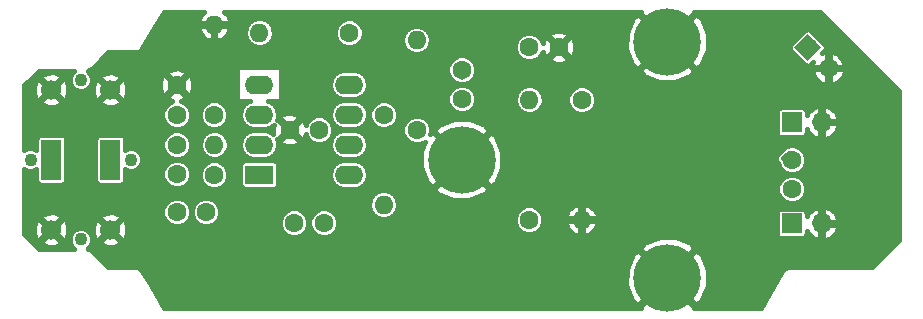
<source format=gtl>
G04 #@! TF.GenerationSoftware,KiCad,Pcbnew,(5.0.0-rc2-dev-691-g31b026c)*
G04 #@! TF.CreationDate,2018-06-05T10:47:32+02:00*
G04 #@! TF.ProjectId,DIY_detector,4449595F6465746563746F722E6B6963,V1.1*
G04 #@! TF.SameCoordinates,Original*
G04 #@! TF.FileFunction,Copper,L1,Top,Signal*
G04 #@! TF.FilePolarity,Positive*
%FSLAX46Y46*%
G04 Gerber Fmt 4.6, Leading zero omitted, Abs format (unit mm)*
G04 Created by KiCad (PCBNEW (5.0.0-rc2-dev-691-g31b026c)) date 2018 June 05, Tuesday 10:47:32*
%MOMM*%
%LPD*%
G01*
G04 APERTURE LIST*
%ADD10R,2.400000X1.600000*%
%ADD11O,2.400000X1.600000*%
%ADD12C,1.600000*%
%ADD13C,0.100000*%
%ADD14O,1.600000X1.600000*%
%ADD15C,5.700000*%
%ADD16C,1.700000*%
%ADD17R,1.700000X1.700000*%
%ADD18O,1.700000X1.700000*%
%ADD19C,1.100000*%
%ADD20C,0.800000*%
%ADD21C,0.400000*%
%ADD22C,0.250000*%
G04 APERTURE END LIST*
D10*
X120355000Y-113770000D03*
D11*
X127975000Y-106150000D03*
X120355000Y-111230000D03*
X127975000Y-108690000D03*
X120355000Y-108690000D03*
X127975000Y-111230000D03*
X120355000Y-106150000D03*
X127975000Y-113770000D03*
D12*
X166800000Y-103000000D03*
D13*
G36*
X165668629Y-103000000D02*
X166800000Y-101868629D01*
X167931371Y-103000000D01*
X166800000Y-104131371D01*
X165668629Y-103000000D01*
X165668629Y-103000000D01*
G37*
D12*
X168567767Y-104767767D03*
X113370000Y-111230000D03*
X113370000Y-113730000D03*
X113370000Y-116945000D03*
X115870000Y-116945000D03*
X113370000Y-108690000D03*
X113370000Y-106190000D03*
X123316000Y-117834000D03*
X125816000Y-117834000D03*
X125435000Y-109960000D03*
X122935000Y-109960000D03*
X137500000Y-104880000D03*
X137500000Y-107380000D03*
X143215000Y-102975000D03*
X145715000Y-102975000D03*
X165440000Y-112500000D03*
X165440000Y-115000000D03*
X116545000Y-108690000D03*
D14*
X116545000Y-101070000D03*
D12*
X130896000Y-108690000D03*
D14*
X130896000Y-116310000D03*
D12*
X133690000Y-110000000D03*
D14*
X133690000Y-102380000D03*
D12*
X116545000Y-113770000D03*
D14*
X116545000Y-111230000D03*
D12*
X128000000Y-101750000D03*
D14*
X120380000Y-101750000D03*
D15*
X137500000Y-112500000D03*
X154900000Y-122500000D03*
D16*
X107750000Y-118430000D03*
D17*
X107750000Y-113350000D03*
X107750000Y-111650000D03*
D16*
X107750000Y-106570000D03*
X102750000Y-106570000D03*
D17*
X102750000Y-111650000D03*
X102750000Y-113350000D03*
D16*
X102750000Y-118430000D03*
D17*
X165440000Y-117900000D03*
D18*
X167980000Y-117900000D03*
D12*
X143215000Y-117580000D03*
D14*
X143215000Y-107420000D03*
X147660000Y-117580000D03*
D12*
X147660000Y-107420000D03*
D18*
X167980000Y-109325000D03*
D17*
X165440000Y-109325000D03*
D19*
X105250000Y-105750000D03*
X109500000Y-112500000D03*
X101000000Y-112500000D03*
X105250000Y-119250000D03*
D15*
X154900000Y-102500000D03*
D20*
X121244000Y-121205743D03*
X119378399Y-119567443D03*
X119416499Y-122831343D03*
X117473399Y-121231143D03*
X107800000Y-103900000D03*
X110000000Y-103900000D03*
X108900000Y-103900000D03*
X111000000Y-103200000D03*
X111500000Y-102300000D03*
X112000000Y-101400000D03*
X169100000Y-121300000D03*
X168000000Y-121300000D03*
X166900000Y-121300000D03*
X165800000Y-121300000D03*
X164100000Y-122200000D03*
X163500000Y-123200000D03*
X162900000Y-124200000D03*
X164700000Y-121300000D03*
X112500000Y-100500000D03*
D21*
X131340000Y-116310000D02*
X131445000Y-116310000D01*
D22*
X137436500Y-105515000D02*
X137500000Y-105578500D01*
D21*
X165209000Y-111905000D02*
X165440000Y-111905000D01*
X164719000Y-112395000D02*
X165209000Y-111905000D01*
X165440000Y-114405000D02*
X165440000Y-115536370D01*
G36*
X115406596Y-100255102D02*
X115181404Y-100752781D01*
X115298568Y-100970000D01*
X116445000Y-100970000D01*
X116445000Y-100950000D01*
X116645000Y-100950000D01*
X116645000Y-100970000D01*
X117791432Y-100970000D01*
X117908596Y-100752781D01*
X117683404Y-100255102D01*
X117384645Y-99975000D01*
X152643508Y-99975000D01*
X152590516Y-100049094D01*
X154900000Y-102358579D01*
X157209484Y-100049094D01*
X157156492Y-99975000D01*
X167803250Y-99975000D01*
X174525000Y-106696751D01*
X174525001Y-119303247D01*
X172203250Y-121625000D01*
X165180401Y-121625000D01*
X165167114Y-121620369D01*
X165086413Y-121625000D01*
X165053221Y-121625000D01*
X165039763Y-121627677D01*
X164978458Y-121631195D01*
X164947925Y-121645945D01*
X164914665Y-121652561D01*
X164863603Y-121686680D01*
X164808305Y-121713393D01*
X164785739Y-121738706D01*
X164757545Y-121757545D01*
X164723429Y-121808603D01*
X164714299Y-121818845D01*
X164697473Y-121847450D01*
X164652561Y-121914665D01*
X164649816Y-121928467D01*
X162828326Y-125025000D01*
X157156492Y-125025000D01*
X157209484Y-124950906D01*
X154900000Y-122641421D01*
X152590516Y-124950906D01*
X152643508Y-125025000D01*
X112271674Y-125025000D01*
X111168038Y-123148819D01*
X151442766Y-123148819D01*
X151954225Y-124422457D01*
X151996582Y-124485849D01*
X152449094Y-124809484D01*
X154758579Y-122500000D01*
X155041421Y-122500000D01*
X157350906Y-124809484D01*
X157803418Y-124485849D01*
X158342360Y-123223595D01*
X158357234Y-121851181D01*
X157845775Y-120577543D01*
X157803418Y-120514151D01*
X157350906Y-120190516D01*
X155041421Y-122500000D01*
X154758579Y-122500000D01*
X152449094Y-120190516D01*
X151996582Y-120514151D01*
X151457640Y-121776405D01*
X151442766Y-123148819D01*
X111168038Y-123148819D01*
X110450185Y-121928471D01*
X110447439Y-121914665D01*
X110402514Y-121847430D01*
X110385700Y-121818846D01*
X110376576Y-121808612D01*
X110342455Y-121757545D01*
X110314258Y-121738704D01*
X110291694Y-121713393D01*
X110236399Y-121686681D01*
X110185335Y-121652561D01*
X110152075Y-121645945D01*
X110121542Y-121631195D01*
X110060237Y-121627677D01*
X110046779Y-121625000D01*
X110013587Y-121625000D01*
X109932886Y-121620369D01*
X109919599Y-121625000D01*
X107596751Y-121625000D01*
X106168955Y-120197205D01*
X106142455Y-120157545D01*
X105985335Y-120052561D01*
X105967906Y-120049094D01*
X152590516Y-120049094D01*
X154900000Y-122358579D01*
X157209484Y-120049094D01*
X156885849Y-119596582D01*
X155623595Y-119057640D01*
X154251181Y-119042766D01*
X152977543Y-119554225D01*
X152914151Y-119596582D01*
X152590516Y-120049094D01*
X105967906Y-120049094D01*
X105846779Y-120025000D01*
X105846774Y-120025000D01*
X105823193Y-120020310D01*
X106055371Y-119788132D01*
X106200000Y-119438967D01*
X106200000Y-119437371D01*
X106884050Y-119437371D01*
X106963906Y-119682096D01*
X107502900Y-119887612D01*
X108079513Y-119871218D01*
X108536094Y-119682096D01*
X108615950Y-119437371D01*
X107750000Y-118571421D01*
X106884050Y-119437371D01*
X106200000Y-119437371D01*
X106200000Y-119061033D01*
X106055371Y-118711868D01*
X105788132Y-118444629D01*
X105438967Y-118300000D01*
X105061033Y-118300000D01*
X104711868Y-118444629D01*
X104444629Y-118711868D01*
X104300000Y-119061033D01*
X104300000Y-119438967D01*
X104444629Y-119788132D01*
X104681497Y-120025000D01*
X101696752Y-120025000D01*
X101109123Y-119437371D01*
X101884050Y-119437371D01*
X101963906Y-119682096D01*
X102502900Y-119887612D01*
X103079513Y-119871218D01*
X103536094Y-119682096D01*
X103615950Y-119437371D01*
X102750000Y-118571421D01*
X101884050Y-119437371D01*
X101109123Y-119437371D01*
X100475000Y-118803250D01*
X100475000Y-118182900D01*
X101292388Y-118182900D01*
X101308782Y-118759513D01*
X101497904Y-119216094D01*
X101742629Y-119295950D01*
X102608579Y-118430000D01*
X102891421Y-118430000D01*
X103757371Y-119295950D01*
X104002096Y-119216094D01*
X104207612Y-118677100D01*
X104193562Y-118182900D01*
X106292388Y-118182900D01*
X106308782Y-118759513D01*
X106497904Y-119216094D01*
X106742629Y-119295950D01*
X107608579Y-118430000D01*
X107891421Y-118430000D01*
X108757371Y-119295950D01*
X109002096Y-119216094D01*
X109207612Y-118677100D01*
X109191218Y-118100487D01*
X109002096Y-117643906D01*
X108757371Y-117564050D01*
X107891421Y-118430000D01*
X107608579Y-118430000D01*
X106742629Y-117564050D01*
X106497904Y-117643906D01*
X106292388Y-118182900D01*
X104193562Y-118182900D01*
X104191218Y-118100487D01*
X104002096Y-117643906D01*
X103757371Y-117564050D01*
X102891421Y-118430000D01*
X102608579Y-118430000D01*
X101742629Y-117564050D01*
X101497904Y-117643906D01*
X101292388Y-118182900D01*
X100475000Y-118182900D01*
X100475000Y-117422629D01*
X101884050Y-117422629D01*
X102750000Y-118288579D01*
X103615950Y-117422629D01*
X106884050Y-117422629D01*
X107750000Y-118288579D01*
X108615950Y-117422629D01*
X108536094Y-117177904D01*
X107997100Y-116972388D01*
X107420487Y-116988782D01*
X106963906Y-117177904D01*
X106884050Y-117422629D01*
X103615950Y-117422629D01*
X103536094Y-117177904D01*
X102997100Y-116972388D01*
X102420487Y-116988782D01*
X101963906Y-117177904D01*
X101884050Y-117422629D01*
X100475000Y-117422629D01*
X100475000Y-116706305D01*
X112170000Y-116706305D01*
X112170000Y-117183695D01*
X112352689Y-117624745D01*
X112690255Y-117962311D01*
X113131305Y-118145000D01*
X113608695Y-118145000D01*
X114049745Y-117962311D01*
X114387311Y-117624745D01*
X114570000Y-117183695D01*
X114570000Y-116706305D01*
X114670000Y-116706305D01*
X114670000Y-117183695D01*
X114852689Y-117624745D01*
X115190255Y-117962311D01*
X115631305Y-118145000D01*
X116108695Y-118145000D01*
X116549745Y-117962311D01*
X116887311Y-117624745D01*
X116899505Y-117595305D01*
X122116000Y-117595305D01*
X122116000Y-118072695D01*
X122298689Y-118513745D01*
X122636255Y-118851311D01*
X123077305Y-119034000D01*
X123554695Y-119034000D01*
X123995745Y-118851311D01*
X124333311Y-118513745D01*
X124516000Y-118072695D01*
X124516000Y-117595305D01*
X124616000Y-117595305D01*
X124616000Y-118072695D01*
X124798689Y-118513745D01*
X125136255Y-118851311D01*
X125577305Y-119034000D01*
X126054695Y-119034000D01*
X126495745Y-118851311D01*
X126833311Y-118513745D01*
X127016000Y-118072695D01*
X127016000Y-117595305D01*
X126833311Y-117154255D01*
X126495745Y-116816689D01*
X126054695Y-116634000D01*
X125577305Y-116634000D01*
X125136255Y-116816689D01*
X124798689Y-117154255D01*
X124616000Y-117595305D01*
X124516000Y-117595305D01*
X124333311Y-117154255D01*
X123995745Y-116816689D01*
X123554695Y-116634000D01*
X123077305Y-116634000D01*
X122636255Y-116816689D01*
X122298689Y-117154255D01*
X122116000Y-117595305D01*
X116899505Y-117595305D01*
X117070000Y-117183695D01*
X117070000Y-116706305D01*
X116905845Y-116310000D01*
X129672491Y-116310000D01*
X129765625Y-116778217D01*
X130030848Y-117175152D01*
X130427783Y-117440375D01*
X130777812Y-117510000D01*
X131014188Y-117510000D01*
X131364217Y-117440375D01*
X131512486Y-117341305D01*
X142015000Y-117341305D01*
X142015000Y-117818695D01*
X142197689Y-118259745D01*
X142535255Y-118597311D01*
X142976305Y-118780000D01*
X143453695Y-118780000D01*
X143894745Y-118597311D01*
X144232311Y-118259745D01*
X144382474Y-117897219D01*
X146296404Y-117897219D01*
X146521596Y-118394898D01*
X146920100Y-118768516D01*
X147342782Y-118943588D01*
X147560000Y-118825994D01*
X147560000Y-117680000D01*
X147760000Y-117680000D01*
X147760000Y-118825994D01*
X147977218Y-118943588D01*
X148399900Y-118768516D01*
X148798404Y-118394898D01*
X149023596Y-117897219D01*
X148906432Y-117680000D01*
X147760000Y-117680000D01*
X147560000Y-117680000D01*
X146413568Y-117680000D01*
X146296404Y-117897219D01*
X144382474Y-117897219D01*
X144415000Y-117818695D01*
X144415000Y-117341305D01*
X144382475Y-117262781D01*
X146296404Y-117262781D01*
X146413568Y-117480000D01*
X147560000Y-117480000D01*
X147560000Y-116334006D01*
X147760000Y-116334006D01*
X147760000Y-117480000D01*
X148906432Y-117480000D01*
X149023596Y-117262781D01*
X148927316Y-117050000D01*
X164182164Y-117050000D01*
X164182164Y-118750000D01*
X164213209Y-118906072D01*
X164301616Y-119038384D01*
X164433928Y-119126791D01*
X164590000Y-119157836D01*
X166290000Y-119157836D01*
X166446072Y-119126791D01*
X166578384Y-119038384D01*
X166666791Y-118906072D01*
X166697836Y-118750000D01*
X166697836Y-118516348D01*
X166798859Y-118741087D01*
X167210638Y-119129066D01*
X167654941Y-119313095D01*
X167880000Y-119196148D01*
X167880000Y-118000000D01*
X168080000Y-118000000D01*
X168080000Y-119196148D01*
X168305059Y-119313095D01*
X168749362Y-119129066D01*
X169161141Y-118741087D01*
X169393102Y-118225060D01*
X169276555Y-118000000D01*
X168080000Y-118000000D01*
X167880000Y-118000000D01*
X167860000Y-118000000D01*
X167860000Y-117800000D01*
X167880000Y-117800000D01*
X167880000Y-116603852D01*
X168080000Y-116603852D01*
X168080000Y-117800000D01*
X169276555Y-117800000D01*
X169393102Y-117574940D01*
X169161141Y-117058913D01*
X168749362Y-116670934D01*
X168305059Y-116486905D01*
X168080000Y-116603852D01*
X167880000Y-116603852D01*
X167654941Y-116486905D01*
X167210638Y-116670934D01*
X166798859Y-117058913D01*
X166697836Y-117283652D01*
X166697836Y-117050000D01*
X166666791Y-116893928D01*
X166578384Y-116761616D01*
X166446072Y-116673209D01*
X166290000Y-116642164D01*
X164590000Y-116642164D01*
X164433928Y-116673209D01*
X164301616Y-116761616D01*
X164213209Y-116893928D01*
X164182164Y-117050000D01*
X148927316Y-117050000D01*
X148798404Y-116765102D01*
X148399900Y-116391484D01*
X147977218Y-116216412D01*
X147760000Y-116334006D01*
X147560000Y-116334006D01*
X147342782Y-116216412D01*
X146920100Y-116391484D01*
X146521596Y-116765102D01*
X146296404Y-117262781D01*
X144382475Y-117262781D01*
X144232311Y-116900255D01*
X143894745Y-116562689D01*
X143453695Y-116380000D01*
X142976305Y-116380000D01*
X142535255Y-116562689D01*
X142197689Y-116900255D01*
X142015000Y-117341305D01*
X131512486Y-117341305D01*
X131761152Y-117175152D01*
X132026375Y-116778217D01*
X132119509Y-116310000D01*
X132026375Y-115841783D01*
X131761152Y-115444848D01*
X131364217Y-115179625D01*
X131014188Y-115110000D01*
X130777812Y-115110000D01*
X130427783Y-115179625D01*
X130030848Y-115444848D01*
X129765625Y-115841783D01*
X129672491Y-116310000D01*
X116905845Y-116310000D01*
X116887311Y-116265255D01*
X116549745Y-115927689D01*
X116108695Y-115745000D01*
X115631305Y-115745000D01*
X115190255Y-115927689D01*
X114852689Y-116265255D01*
X114670000Y-116706305D01*
X114570000Y-116706305D01*
X114387311Y-116265255D01*
X114049745Y-115927689D01*
X113608695Y-115745000D01*
X113131305Y-115745000D01*
X112690255Y-115927689D01*
X112352689Y-116265255D01*
X112170000Y-116706305D01*
X100475000Y-116706305D01*
X100475000Y-113310810D01*
X100811033Y-113450000D01*
X101188967Y-113450000D01*
X101492164Y-113324412D01*
X101492164Y-114200000D01*
X101523209Y-114356072D01*
X101611616Y-114488384D01*
X101743928Y-114576791D01*
X101900000Y-114607836D01*
X103600000Y-114607836D01*
X103756072Y-114576791D01*
X103888384Y-114488384D01*
X103976791Y-114356072D01*
X104007836Y-114200000D01*
X104007836Y-110800000D01*
X106492164Y-110800000D01*
X106492164Y-114200000D01*
X106523209Y-114356072D01*
X106611616Y-114488384D01*
X106743928Y-114576791D01*
X106900000Y-114607836D01*
X108600000Y-114607836D01*
X108756072Y-114576791D01*
X108888384Y-114488384D01*
X108976791Y-114356072D01*
X109007836Y-114200000D01*
X109007836Y-113491305D01*
X112170000Y-113491305D01*
X112170000Y-113968695D01*
X112352689Y-114409745D01*
X112690255Y-114747311D01*
X113131305Y-114930000D01*
X113608695Y-114930000D01*
X114049745Y-114747311D01*
X114387311Y-114409745D01*
X114570000Y-113968695D01*
X114570000Y-113531305D01*
X115345000Y-113531305D01*
X115345000Y-114008695D01*
X115527689Y-114449745D01*
X115865255Y-114787311D01*
X116306305Y-114970000D01*
X116783695Y-114970000D01*
X117224745Y-114787311D01*
X117562311Y-114449745D01*
X117745000Y-114008695D01*
X117745000Y-113531305D01*
X117562311Y-113090255D01*
X117442056Y-112970000D01*
X118747164Y-112970000D01*
X118747164Y-114570000D01*
X118778209Y-114726072D01*
X118866616Y-114858384D01*
X118998928Y-114946791D01*
X119155000Y-114977836D01*
X121555000Y-114977836D01*
X121711072Y-114946791D01*
X121843384Y-114858384D01*
X121931791Y-114726072D01*
X121962836Y-114570000D01*
X121962836Y-113770000D01*
X126351491Y-113770000D01*
X126444625Y-114238217D01*
X126709848Y-114635152D01*
X127106783Y-114900375D01*
X127456812Y-114970000D01*
X128493188Y-114970000D01*
X128589180Y-114950906D01*
X135190516Y-114950906D01*
X135514151Y-115403418D01*
X136776405Y-115942360D01*
X138148819Y-115957234D01*
X139422457Y-115445775D01*
X139485849Y-115403418D01*
X139809484Y-114950906D01*
X137500000Y-112641421D01*
X135190516Y-114950906D01*
X128589180Y-114950906D01*
X128843217Y-114900375D01*
X129240152Y-114635152D01*
X129505375Y-114238217D01*
X129598509Y-113770000D01*
X129505375Y-113301783D01*
X129240152Y-112904848D01*
X128843217Y-112639625D01*
X128493188Y-112570000D01*
X127456812Y-112570000D01*
X127106783Y-112639625D01*
X126709848Y-112904848D01*
X126444625Y-113301783D01*
X126351491Y-113770000D01*
X121962836Y-113770000D01*
X121962836Y-112970000D01*
X121931791Y-112813928D01*
X121843384Y-112681616D01*
X121711072Y-112593209D01*
X121555000Y-112562164D01*
X119155000Y-112562164D01*
X118998928Y-112593209D01*
X118866616Y-112681616D01*
X118778209Y-112813928D01*
X118747164Y-112970000D01*
X117442056Y-112970000D01*
X117224745Y-112752689D01*
X116783695Y-112570000D01*
X116306305Y-112570000D01*
X115865255Y-112752689D01*
X115527689Y-113090255D01*
X115345000Y-113531305D01*
X114570000Y-113531305D01*
X114570000Y-113491305D01*
X114387311Y-113050255D01*
X114049745Y-112712689D01*
X113608695Y-112530000D01*
X113131305Y-112530000D01*
X112690255Y-112712689D01*
X112352689Y-113050255D01*
X112170000Y-113491305D01*
X109007836Y-113491305D01*
X109007836Y-113324412D01*
X109311033Y-113450000D01*
X109688967Y-113450000D01*
X110038132Y-113305371D01*
X110305371Y-113038132D01*
X110450000Y-112688967D01*
X110450000Y-112311033D01*
X110305371Y-111961868D01*
X110038132Y-111694629D01*
X109688967Y-111550000D01*
X109311033Y-111550000D01*
X109007836Y-111675588D01*
X109007836Y-110991305D01*
X112170000Y-110991305D01*
X112170000Y-111468695D01*
X112352689Y-111909745D01*
X112690255Y-112247311D01*
X113131305Y-112430000D01*
X113608695Y-112430000D01*
X114049745Y-112247311D01*
X114387311Y-111909745D01*
X114570000Y-111468695D01*
X114570000Y-111230000D01*
X115321491Y-111230000D01*
X115414625Y-111698217D01*
X115679848Y-112095152D01*
X116076783Y-112360375D01*
X116426812Y-112430000D01*
X116663188Y-112430000D01*
X117013217Y-112360375D01*
X117410152Y-112095152D01*
X117675375Y-111698217D01*
X117768509Y-111230000D01*
X117675375Y-110761783D01*
X117410152Y-110364848D01*
X117013217Y-110099625D01*
X116663188Y-110030000D01*
X116426812Y-110030000D01*
X116076783Y-110099625D01*
X115679848Y-110364848D01*
X115414625Y-110761783D01*
X115321491Y-111230000D01*
X114570000Y-111230000D01*
X114570000Y-110991305D01*
X114387311Y-110550255D01*
X114049745Y-110212689D01*
X113608695Y-110030000D01*
X113131305Y-110030000D01*
X112690255Y-110212689D01*
X112352689Y-110550255D01*
X112170000Y-110991305D01*
X109007836Y-110991305D01*
X109007836Y-110800000D01*
X108976791Y-110643928D01*
X108888384Y-110511616D01*
X108756072Y-110423209D01*
X108600000Y-110392164D01*
X106900000Y-110392164D01*
X106743928Y-110423209D01*
X106611616Y-110511616D01*
X106523209Y-110643928D01*
X106492164Y-110800000D01*
X104007836Y-110800000D01*
X103976791Y-110643928D01*
X103888384Y-110511616D01*
X103756072Y-110423209D01*
X103600000Y-110392164D01*
X101900000Y-110392164D01*
X101743928Y-110423209D01*
X101611616Y-110511616D01*
X101523209Y-110643928D01*
X101492164Y-110800000D01*
X101492164Y-111675588D01*
X101188967Y-111550000D01*
X100811033Y-111550000D01*
X100475000Y-111689190D01*
X100475000Y-108451305D01*
X112170000Y-108451305D01*
X112170000Y-108928695D01*
X112352689Y-109369745D01*
X112690255Y-109707311D01*
X113131305Y-109890000D01*
X113608695Y-109890000D01*
X114049745Y-109707311D01*
X114387311Y-109369745D01*
X114570000Y-108928695D01*
X114570000Y-108451305D01*
X115345000Y-108451305D01*
X115345000Y-108928695D01*
X115527689Y-109369745D01*
X115865255Y-109707311D01*
X116306305Y-109890000D01*
X116783695Y-109890000D01*
X117224745Y-109707311D01*
X117562311Y-109369745D01*
X117745000Y-108928695D01*
X117745000Y-108451305D01*
X117562311Y-108010255D01*
X117224745Y-107672689D01*
X116783695Y-107490000D01*
X116306305Y-107490000D01*
X115865255Y-107672689D01*
X115527689Y-108010255D01*
X115345000Y-108451305D01*
X114570000Y-108451305D01*
X114387311Y-108010255D01*
X114049745Y-107672689D01*
X113759649Y-107552527D01*
X114126058Y-107400755D01*
X114199795Y-107161217D01*
X113370000Y-106331421D01*
X112540205Y-107161217D01*
X112613942Y-107400755D01*
X112996848Y-107545694D01*
X112690255Y-107672689D01*
X112352689Y-108010255D01*
X112170000Y-108451305D01*
X100475000Y-108451305D01*
X100475000Y-107577371D01*
X101884050Y-107577371D01*
X101963906Y-107822096D01*
X102502900Y-108027612D01*
X103079513Y-108011218D01*
X103536094Y-107822096D01*
X103615950Y-107577371D01*
X106884050Y-107577371D01*
X106963906Y-107822096D01*
X107502900Y-108027612D01*
X108079513Y-108011218D01*
X108536094Y-107822096D01*
X108615950Y-107577371D01*
X107750000Y-106711421D01*
X106884050Y-107577371D01*
X103615950Y-107577371D01*
X102750000Y-106711421D01*
X101884050Y-107577371D01*
X100475000Y-107577371D01*
X100475000Y-106322900D01*
X101292388Y-106322900D01*
X101308782Y-106899513D01*
X101497904Y-107356094D01*
X101742629Y-107435950D01*
X102608579Y-106570000D01*
X102891421Y-106570000D01*
X103757371Y-107435950D01*
X104002096Y-107356094D01*
X104207612Y-106817100D01*
X104191218Y-106240487D01*
X104002096Y-105783906D01*
X103757371Y-105704050D01*
X102891421Y-106570000D01*
X102608579Y-106570000D01*
X101742629Y-105704050D01*
X101497904Y-105783906D01*
X101292388Y-106322900D01*
X100475000Y-106322900D01*
X100475000Y-106196750D01*
X101109122Y-105562629D01*
X101884050Y-105562629D01*
X102750000Y-106428579D01*
X103615950Y-105562629D01*
X103536094Y-105317904D01*
X102997100Y-105112388D01*
X102420487Y-105128782D01*
X101963906Y-105317904D01*
X101884050Y-105562629D01*
X101109122Y-105562629D01*
X101696752Y-104975000D01*
X104681497Y-104975000D01*
X104444629Y-105211868D01*
X104300000Y-105561033D01*
X104300000Y-105938967D01*
X104444629Y-106288132D01*
X104711868Y-106555371D01*
X105061033Y-106700000D01*
X105438967Y-106700000D01*
X105788132Y-106555371D01*
X106020603Y-106322900D01*
X106292388Y-106322900D01*
X106308782Y-106899513D01*
X106497904Y-107356094D01*
X106742629Y-107435950D01*
X107608579Y-106570000D01*
X107891421Y-106570000D01*
X108757371Y-107435950D01*
X109002096Y-107356094D01*
X109207612Y-106817100D01*
X109191218Y-106240487D01*
X109072895Y-105954829D01*
X111962077Y-105954829D01*
X111979252Y-106511519D01*
X112159245Y-106946058D01*
X112398783Y-107019795D01*
X113228579Y-106190000D01*
X113511421Y-106190000D01*
X114341217Y-107019795D01*
X114580755Y-106946058D01*
X114777923Y-106425171D01*
X114760748Y-105868481D01*
X114580755Y-105433942D01*
X114341217Y-105360205D01*
X113511421Y-106190000D01*
X113228579Y-106190000D01*
X112398783Y-105360205D01*
X112159245Y-105433942D01*
X111962077Y-105954829D01*
X109072895Y-105954829D01*
X109002096Y-105783906D01*
X108757371Y-105704050D01*
X107891421Y-106570000D01*
X107608579Y-106570000D01*
X106742629Y-105704050D01*
X106497904Y-105783906D01*
X106292388Y-106322900D01*
X106020603Y-106322900D01*
X106055371Y-106288132D01*
X106200000Y-105938967D01*
X106200000Y-105562629D01*
X106884050Y-105562629D01*
X107750000Y-106428579D01*
X108615950Y-105562629D01*
X108536094Y-105317904D01*
X108276136Y-105218783D01*
X112540205Y-105218783D01*
X113370000Y-106048579D01*
X114199795Y-105218783D01*
X114126058Y-104979245D01*
X113863869Y-104880000D01*
X118504000Y-104880000D01*
X118504000Y-107337305D01*
X118519224Y-107413842D01*
X118562579Y-107478726D01*
X118627463Y-107522081D01*
X118704000Y-107537305D01*
X119598993Y-107537305D01*
X119486783Y-107559625D01*
X119089848Y-107824848D01*
X118824625Y-108221783D01*
X118731491Y-108690000D01*
X118824625Y-109158217D01*
X119089848Y-109555152D01*
X119486783Y-109820375D01*
X119836812Y-109890000D01*
X120873188Y-109890000D01*
X121223217Y-109820375D01*
X121581537Y-109580953D01*
X121527077Y-109724829D01*
X121544252Y-110281519D01*
X121562931Y-110326614D01*
X121223217Y-110099625D01*
X120873188Y-110030000D01*
X119836812Y-110030000D01*
X119486783Y-110099625D01*
X119089848Y-110364848D01*
X118824625Y-110761783D01*
X118731491Y-111230000D01*
X118824625Y-111698217D01*
X119089848Y-112095152D01*
X119486783Y-112360375D01*
X119836812Y-112430000D01*
X120873188Y-112430000D01*
X121223217Y-112360375D01*
X121620152Y-112095152D01*
X121885375Y-111698217D01*
X121978509Y-111230000D01*
X121919078Y-110931217D01*
X122105205Y-110931217D01*
X122178942Y-111170755D01*
X122699829Y-111367923D01*
X123256519Y-111350748D01*
X123548028Y-111230000D01*
X126351491Y-111230000D01*
X126444625Y-111698217D01*
X126709848Y-112095152D01*
X127106783Y-112360375D01*
X127456812Y-112430000D01*
X128493188Y-112430000D01*
X128843217Y-112360375D01*
X129240152Y-112095152D01*
X129505375Y-111698217D01*
X129598509Y-111230000D01*
X129505375Y-110761783D01*
X129240152Y-110364848D01*
X128843217Y-110099625D01*
X128493188Y-110030000D01*
X127456812Y-110030000D01*
X127106783Y-110099625D01*
X126709848Y-110364848D01*
X126444625Y-110761783D01*
X126351491Y-111230000D01*
X123548028Y-111230000D01*
X123691058Y-111170755D01*
X123764795Y-110931217D01*
X122935000Y-110101421D01*
X122105205Y-110931217D01*
X121919078Y-110931217D01*
X121886196Y-110765911D01*
X121963783Y-110789795D01*
X122793579Y-109960000D01*
X123076421Y-109960000D01*
X123906217Y-110789795D01*
X124145755Y-110716058D01*
X124290694Y-110333152D01*
X124417689Y-110639745D01*
X124755255Y-110977311D01*
X125196305Y-111160000D01*
X125673695Y-111160000D01*
X126114745Y-110977311D01*
X126452311Y-110639745D01*
X126635000Y-110198695D01*
X126635000Y-109721305D01*
X126452311Y-109280255D01*
X126114745Y-108942689D01*
X125673695Y-108760000D01*
X125196305Y-108760000D01*
X124755255Y-108942689D01*
X124417689Y-109280255D01*
X124297527Y-109570351D01*
X124145755Y-109203942D01*
X123906217Y-109130205D01*
X123076421Y-109960000D01*
X122793579Y-109960000D01*
X121963783Y-109130205D01*
X121886196Y-109154089D01*
X121919077Y-108988783D01*
X122105205Y-108988783D01*
X122935000Y-109818579D01*
X123764795Y-108988783D01*
X123691058Y-108749245D01*
X123534542Y-108690000D01*
X126351491Y-108690000D01*
X126444625Y-109158217D01*
X126709848Y-109555152D01*
X127106783Y-109820375D01*
X127456812Y-109890000D01*
X128493188Y-109890000D01*
X128843217Y-109820375D01*
X129240152Y-109555152D01*
X129505375Y-109158217D01*
X129598509Y-108690000D01*
X129551030Y-108451305D01*
X129696000Y-108451305D01*
X129696000Y-108928695D01*
X129878689Y-109369745D01*
X130216255Y-109707311D01*
X130657305Y-109890000D01*
X131134695Y-109890000D01*
X131445392Y-109761305D01*
X132490000Y-109761305D01*
X132490000Y-110238695D01*
X132672689Y-110679745D01*
X133010255Y-111017311D01*
X133451305Y-111200000D01*
X133928695Y-111200000D01*
X134369745Y-111017311D01*
X134390693Y-110996363D01*
X134057640Y-111776405D01*
X134042766Y-113148819D01*
X134554225Y-114422457D01*
X134596582Y-114485849D01*
X135049094Y-114809484D01*
X137358579Y-112500000D01*
X137641421Y-112500000D01*
X139950906Y-114809484D01*
X140018270Y-114761305D01*
X164240000Y-114761305D01*
X164240000Y-115238695D01*
X164422689Y-115679745D01*
X164760255Y-116017311D01*
X165201305Y-116200000D01*
X165678695Y-116200000D01*
X166119745Y-116017311D01*
X166457311Y-115679745D01*
X166640000Y-115238695D01*
X166640000Y-114761305D01*
X166457311Y-114320255D01*
X166119745Y-113982689D01*
X165678695Y-113800000D01*
X165473954Y-113800000D01*
X165440000Y-113793246D01*
X165406045Y-113800000D01*
X165201305Y-113800000D01*
X164760255Y-113982689D01*
X164422689Y-114320255D01*
X164240000Y-114761305D01*
X140018270Y-114761305D01*
X140403418Y-114485849D01*
X140942360Y-113223595D01*
X140951340Y-112395000D01*
X164107247Y-112395000D01*
X164153814Y-112629108D01*
X164261142Y-112789736D01*
X164422689Y-113179745D01*
X164760255Y-113517311D01*
X165201305Y-113700000D01*
X165678695Y-113700000D01*
X166119745Y-113517311D01*
X166457311Y-113179745D01*
X166640000Y-112738695D01*
X166640000Y-112261305D01*
X166457311Y-111820255D01*
X166119745Y-111482689D01*
X165678695Y-111300000D01*
X165242950Y-111300000D01*
X165209000Y-111293247D01*
X165149912Y-111305000D01*
X165149909Y-111305000D01*
X164974892Y-111339813D01*
X164776425Y-111472425D01*
X164773130Y-111477356D01*
X164760255Y-111482689D01*
X164422689Y-111820255D01*
X164406759Y-111858714D01*
X164252953Y-112012520D01*
X164153814Y-112160892D01*
X164107247Y-112395000D01*
X140951340Y-112395000D01*
X140957234Y-111851181D01*
X140445775Y-110577543D01*
X140403418Y-110514151D01*
X139950906Y-110190516D01*
X137641421Y-112500000D01*
X137358579Y-112500000D01*
X135049094Y-110190516D01*
X134851387Y-110331916D01*
X134890000Y-110238695D01*
X134890000Y-110049094D01*
X135190516Y-110049094D01*
X137500000Y-112358579D01*
X139809484Y-110049094D01*
X139485849Y-109596582D01*
X138223595Y-109057640D01*
X136851181Y-109042766D01*
X135577543Y-109554225D01*
X135514151Y-109596582D01*
X135190516Y-110049094D01*
X134890000Y-110049094D01*
X134890000Y-109761305D01*
X134707311Y-109320255D01*
X134369745Y-108982689D01*
X133928695Y-108800000D01*
X133451305Y-108800000D01*
X133010255Y-108982689D01*
X132672689Y-109320255D01*
X132490000Y-109761305D01*
X131445392Y-109761305D01*
X131575745Y-109707311D01*
X131913311Y-109369745D01*
X132096000Y-108928695D01*
X132096000Y-108451305D01*
X131913311Y-108010255D01*
X131575745Y-107672689D01*
X131134695Y-107490000D01*
X130657305Y-107490000D01*
X130216255Y-107672689D01*
X129878689Y-108010255D01*
X129696000Y-108451305D01*
X129551030Y-108451305D01*
X129505375Y-108221783D01*
X129240152Y-107824848D01*
X128843217Y-107559625D01*
X128493188Y-107490000D01*
X127456812Y-107490000D01*
X127106783Y-107559625D01*
X126709848Y-107824848D01*
X126444625Y-108221783D01*
X126351491Y-108690000D01*
X123534542Y-108690000D01*
X123170171Y-108552077D01*
X122613481Y-108569252D01*
X122178942Y-108749245D01*
X122105205Y-108988783D01*
X121919077Y-108988783D01*
X121978509Y-108690000D01*
X121885375Y-108221783D01*
X121620152Y-107824848D01*
X121223217Y-107559625D01*
X121111007Y-107537305D01*
X122006000Y-107537305D01*
X122082537Y-107522081D01*
X122147421Y-107478726D01*
X122190776Y-107413842D01*
X122206000Y-107337305D01*
X122206000Y-106150000D01*
X126351491Y-106150000D01*
X126444625Y-106618217D01*
X126709848Y-107015152D01*
X127106783Y-107280375D01*
X127456812Y-107350000D01*
X128493188Y-107350000D01*
X128843217Y-107280375D01*
X129051350Y-107141305D01*
X136300000Y-107141305D01*
X136300000Y-107618695D01*
X136482689Y-108059745D01*
X136820255Y-108397311D01*
X137261305Y-108580000D01*
X137738695Y-108580000D01*
X138179745Y-108397311D01*
X138517311Y-108059745D01*
X138700000Y-107618695D01*
X138700000Y-107420000D01*
X141991491Y-107420000D01*
X142084625Y-107888217D01*
X142349848Y-108285152D01*
X142746783Y-108550375D01*
X143096812Y-108620000D01*
X143333188Y-108620000D01*
X143683217Y-108550375D01*
X144080152Y-108285152D01*
X144345375Y-107888217D01*
X144438509Y-107420000D01*
X144391030Y-107181305D01*
X146460000Y-107181305D01*
X146460000Y-107658695D01*
X146642689Y-108099745D01*
X146980255Y-108437311D01*
X147421305Y-108620000D01*
X147898695Y-108620000D01*
X148248755Y-108475000D01*
X164182164Y-108475000D01*
X164182164Y-110175000D01*
X164213209Y-110331072D01*
X164301616Y-110463384D01*
X164433928Y-110551791D01*
X164590000Y-110582836D01*
X166290000Y-110582836D01*
X166446072Y-110551791D01*
X166578384Y-110463384D01*
X166666791Y-110331072D01*
X166697836Y-110175000D01*
X166697836Y-109941348D01*
X166798859Y-110166087D01*
X167210638Y-110554066D01*
X167654941Y-110738095D01*
X167880000Y-110621148D01*
X167880000Y-109425000D01*
X168080000Y-109425000D01*
X168080000Y-110621148D01*
X168305059Y-110738095D01*
X168749362Y-110554066D01*
X169161141Y-110166087D01*
X169393102Y-109650060D01*
X169276555Y-109425000D01*
X168080000Y-109425000D01*
X167880000Y-109425000D01*
X167860000Y-109425000D01*
X167860000Y-109225000D01*
X167880000Y-109225000D01*
X167880000Y-108028852D01*
X168080000Y-108028852D01*
X168080000Y-109225000D01*
X169276555Y-109225000D01*
X169393102Y-108999940D01*
X169161141Y-108483913D01*
X168749362Y-108095934D01*
X168305059Y-107911905D01*
X168080000Y-108028852D01*
X167880000Y-108028852D01*
X167654941Y-107911905D01*
X167210638Y-108095934D01*
X166798859Y-108483913D01*
X166697836Y-108708652D01*
X166697836Y-108475000D01*
X166666791Y-108318928D01*
X166578384Y-108186616D01*
X166446072Y-108098209D01*
X166290000Y-108067164D01*
X164590000Y-108067164D01*
X164433928Y-108098209D01*
X164301616Y-108186616D01*
X164213209Y-108318928D01*
X164182164Y-108475000D01*
X148248755Y-108475000D01*
X148339745Y-108437311D01*
X148677311Y-108099745D01*
X148860000Y-107658695D01*
X148860000Y-107181305D01*
X148677311Y-106740255D01*
X148339745Y-106402689D01*
X147898695Y-106220000D01*
X147421305Y-106220000D01*
X146980255Y-106402689D01*
X146642689Y-106740255D01*
X146460000Y-107181305D01*
X144391030Y-107181305D01*
X144345375Y-106951783D01*
X144080152Y-106554848D01*
X143683217Y-106289625D01*
X143333188Y-106220000D01*
X143096812Y-106220000D01*
X142746783Y-106289625D01*
X142349848Y-106554848D01*
X142084625Y-106951783D01*
X141991491Y-107420000D01*
X138700000Y-107420000D01*
X138700000Y-107141305D01*
X138517311Y-106700255D01*
X138179745Y-106362689D01*
X137738695Y-106180000D01*
X137261305Y-106180000D01*
X136820255Y-106362689D01*
X136482689Y-106700255D01*
X136300000Y-107141305D01*
X129051350Y-107141305D01*
X129240152Y-107015152D01*
X129505375Y-106618217D01*
X129598509Y-106150000D01*
X129505375Y-105681783D01*
X129240152Y-105284848D01*
X128843217Y-105019625D01*
X128493188Y-104950000D01*
X127456812Y-104950000D01*
X127106783Y-105019625D01*
X126709848Y-105284848D01*
X126444625Y-105681783D01*
X126351491Y-106150000D01*
X122206000Y-106150000D01*
X122206000Y-104880000D01*
X122190776Y-104803463D01*
X122147421Y-104738579D01*
X122082537Y-104695224D01*
X122006000Y-104680000D01*
X118704000Y-104680000D01*
X118627463Y-104695224D01*
X118562579Y-104738579D01*
X118519224Y-104803463D01*
X118504000Y-104880000D01*
X113863869Y-104880000D01*
X113605171Y-104782077D01*
X113048481Y-104799252D01*
X112613942Y-104979245D01*
X112540205Y-105218783D01*
X108276136Y-105218783D01*
X107997100Y-105112388D01*
X107420487Y-105128782D01*
X106963906Y-105317904D01*
X106884050Y-105562629D01*
X106200000Y-105562629D01*
X106200000Y-105561033D01*
X106055371Y-105211868D01*
X105823193Y-104979690D01*
X105846774Y-104975000D01*
X105846779Y-104975000D01*
X105985335Y-104947439D01*
X106142455Y-104842455D01*
X106168955Y-104802795D01*
X106330445Y-104641305D01*
X136300000Y-104641305D01*
X136300000Y-105118695D01*
X136482689Y-105559745D01*
X136820255Y-105897311D01*
X137261305Y-106080000D01*
X137330151Y-106080000D01*
X137500000Y-106113785D01*
X137669849Y-106080000D01*
X137738695Y-106080000D01*
X138179745Y-105897311D01*
X138517311Y-105559745D01*
X138700000Y-105118695D01*
X138700000Y-104950906D01*
X152590516Y-104950906D01*
X152914151Y-105403418D01*
X154176405Y-105942360D01*
X155548819Y-105957234D01*
X156822457Y-105445775D01*
X156885849Y-105403418D01*
X157110515Y-105089286D01*
X167177020Y-105089286D01*
X167405924Y-105597028D01*
X167811708Y-105978522D01*
X168246248Y-106158514D01*
X168467767Y-106041275D01*
X168467767Y-104867767D01*
X168667767Y-104867767D01*
X168667767Y-106041275D01*
X168889286Y-106158514D01*
X169397028Y-105929610D01*
X169778522Y-105523826D01*
X169958514Y-105089286D01*
X169841275Y-104867767D01*
X168667767Y-104867767D01*
X168467767Y-104867767D01*
X167294259Y-104867767D01*
X167177020Y-105089286D01*
X157110515Y-105089286D01*
X157209484Y-104950906D01*
X154900000Y-102641421D01*
X152590516Y-104950906D01*
X138700000Y-104950906D01*
X138700000Y-104641305D01*
X138517311Y-104200255D01*
X138179745Y-103862689D01*
X137738695Y-103680000D01*
X137261305Y-103680000D01*
X136820255Y-103862689D01*
X136482689Y-104200255D01*
X136300000Y-104641305D01*
X106330445Y-104641305D01*
X107596751Y-103375000D01*
X109919599Y-103375000D01*
X109932886Y-103379631D01*
X110013587Y-103375000D01*
X110046779Y-103375000D01*
X110060237Y-103372323D01*
X110121542Y-103368805D01*
X110152075Y-103354055D01*
X110185335Y-103347439D01*
X110236399Y-103313319D01*
X110291694Y-103286607D01*
X110314258Y-103261296D01*
X110342455Y-103242455D01*
X110376576Y-103191388D01*
X110385700Y-103181154D01*
X110402514Y-103152570D01*
X110447439Y-103085335D01*
X110450185Y-103071529D01*
X111440956Y-101387219D01*
X115181404Y-101387219D01*
X115406596Y-101884898D01*
X115805100Y-102258516D01*
X116227782Y-102433588D01*
X116445000Y-102315994D01*
X116445000Y-101170000D01*
X116645000Y-101170000D01*
X116645000Y-102315994D01*
X116862218Y-102433588D01*
X117284900Y-102258516D01*
X117683404Y-101884898D01*
X117744443Y-101750000D01*
X119156491Y-101750000D01*
X119249625Y-102218217D01*
X119514848Y-102615152D01*
X119911783Y-102880375D01*
X120261812Y-102950000D01*
X120498188Y-102950000D01*
X120848217Y-102880375D01*
X121245152Y-102615152D01*
X121510375Y-102218217D01*
X121603509Y-101750000D01*
X121556030Y-101511305D01*
X126800000Y-101511305D01*
X126800000Y-101988695D01*
X126982689Y-102429745D01*
X127320255Y-102767311D01*
X127761305Y-102950000D01*
X128238695Y-102950000D01*
X128679745Y-102767311D01*
X129017311Y-102429745D01*
X129037916Y-102380000D01*
X132466491Y-102380000D01*
X132559625Y-102848217D01*
X132824848Y-103245152D01*
X133221783Y-103510375D01*
X133571812Y-103580000D01*
X133808188Y-103580000D01*
X134158217Y-103510375D01*
X134555152Y-103245152D01*
X134820375Y-102848217D01*
X134842635Y-102736305D01*
X142015000Y-102736305D01*
X142015000Y-103213695D01*
X142197689Y-103654745D01*
X142535255Y-103992311D01*
X142976305Y-104175000D01*
X143453695Y-104175000D01*
X143894745Y-103992311D01*
X143940839Y-103946217D01*
X144885205Y-103946217D01*
X144958942Y-104185755D01*
X145479829Y-104382923D01*
X146036519Y-104365748D01*
X146471058Y-104185755D01*
X146544795Y-103946217D01*
X145715000Y-103116421D01*
X144885205Y-103946217D01*
X143940839Y-103946217D01*
X144232311Y-103654745D01*
X144352473Y-103364649D01*
X144504245Y-103731058D01*
X144743783Y-103804795D01*
X145573579Y-102975000D01*
X145856421Y-102975000D01*
X146686217Y-103804795D01*
X146925755Y-103731058D01*
X147122923Y-103210171D01*
X147121031Y-103148819D01*
X151442766Y-103148819D01*
X151954225Y-104422457D01*
X151996582Y-104485849D01*
X152449094Y-104809484D01*
X154758579Y-102500000D01*
X155041421Y-102500000D01*
X157350906Y-104809484D01*
X157803418Y-104485849D01*
X158342360Y-103223595D01*
X158344783Y-103000000D01*
X165260793Y-103000000D01*
X165291838Y-103156072D01*
X165380245Y-103288384D01*
X166511616Y-104419755D01*
X166643928Y-104508162D01*
X166800000Y-104539207D01*
X166956072Y-104508162D01*
X167088384Y-104419755D01*
X167258428Y-104249711D01*
X167177020Y-104446248D01*
X167294259Y-104667767D01*
X168326343Y-104667767D01*
X168412202Y-104753626D01*
X168553626Y-104612202D01*
X168467767Y-104526343D01*
X168467767Y-103494259D01*
X168667767Y-103494259D01*
X168667767Y-104667767D01*
X169841275Y-104667767D01*
X169958514Y-104446248D01*
X169729610Y-103938506D01*
X169323826Y-103557012D01*
X168889286Y-103377020D01*
X168667767Y-103494259D01*
X168467767Y-103494259D01*
X168246248Y-103377020D01*
X168036607Y-103471532D01*
X168219755Y-103288384D01*
X168308162Y-103156072D01*
X168339207Y-103000000D01*
X168308162Y-102843928D01*
X168219755Y-102711616D01*
X167088384Y-101580245D01*
X166956072Y-101491838D01*
X166800000Y-101460793D01*
X166643928Y-101491838D01*
X166511616Y-101580245D01*
X165380245Y-102711616D01*
X165291838Y-102843928D01*
X165260793Y-103000000D01*
X158344783Y-103000000D01*
X158357234Y-101851181D01*
X157845775Y-100577543D01*
X157803418Y-100514151D01*
X157350906Y-100190516D01*
X155041421Y-102500000D01*
X154758579Y-102500000D01*
X152449094Y-100190516D01*
X151996582Y-100514151D01*
X151457640Y-101776405D01*
X151442766Y-103148819D01*
X147121031Y-103148819D01*
X147105748Y-102653481D01*
X146925755Y-102218942D01*
X146686217Y-102145205D01*
X145856421Y-102975000D01*
X145573579Y-102975000D01*
X144743783Y-102145205D01*
X144504245Y-102218942D01*
X144359306Y-102601848D01*
X144232311Y-102295255D01*
X143940839Y-102003783D01*
X144885205Y-102003783D01*
X145715000Y-102833579D01*
X146544795Y-102003783D01*
X146471058Y-101764245D01*
X145950171Y-101567077D01*
X145393481Y-101584252D01*
X144958942Y-101764245D01*
X144885205Y-102003783D01*
X143940839Y-102003783D01*
X143894745Y-101957689D01*
X143453695Y-101775000D01*
X142976305Y-101775000D01*
X142535255Y-101957689D01*
X142197689Y-102295255D01*
X142015000Y-102736305D01*
X134842635Y-102736305D01*
X134913509Y-102380000D01*
X134820375Y-101911783D01*
X134555152Y-101514848D01*
X134158217Y-101249625D01*
X133808188Y-101180000D01*
X133571812Y-101180000D01*
X133221783Y-101249625D01*
X132824848Y-101514848D01*
X132559625Y-101911783D01*
X132466491Y-102380000D01*
X129037916Y-102380000D01*
X129200000Y-101988695D01*
X129200000Y-101511305D01*
X129017311Y-101070255D01*
X128679745Y-100732689D01*
X128238695Y-100550000D01*
X127761305Y-100550000D01*
X127320255Y-100732689D01*
X126982689Y-101070255D01*
X126800000Y-101511305D01*
X121556030Y-101511305D01*
X121510375Y-101281783D01*
X121245152Y-100884848D01*
X120848217Y-100619625D01*
X120498188Y-100550000D01*
X120261812Y-100550000D01*
X119911783Y-100619625D01*
X119514848Y-100884848D01*
X119249625Y-101281783D01*
X119156491Y-101750000D01*
X117744443Y-101750000D01*
X117908596Y-101387219D01*
X117791432Y-101170000D01*
X116645000Y-101170000D01*
X116445000Y-101170000D01*
X115298568Y-101170000D01*
X115181404Y-101387219D01*
X111440956Y-101387219D01*
X112271674Y-99975000D01*
X115705355Y-99975000D01*
X115406596Y-100255102D01*
X115406596Y-100255102D01*
G37*
X115406596Y-100255102D02*
X115181404Y-100752781D01*
X115298568Y-100970000D01*
X116445000Y-100970000D01*
X116445000Y-100950000D01*
X116645000Y-100950000D01*
X116645000Y-100970000D01*
X117791432Y-100970000D01*
X117908596Y-100752781D01*
X117683404Y-100255102D01*
X117384645Y-99975000D01*
X152643508Y-99975000D01*
X152590516Y-100049094D01*
X154900000Y-102358579D01*
X157209484Y-100049094D01*
X157156492Y-99975000D01*
X167803250Y-99975000D01*
X174525000Y-106696751D01*
X174525001Y-119303247D01*
X172203250Y-121625000D01*
X165180401Y-121625000D01*
X165167114Y-121620369D01*
X165086413Y-121625000D01*
X165053221Y-121625000D01*
X165039763Y-121627677D01*
X164978458Y-121631195D01*
X164947925Y-121645945D01*
X164914665Y-121652561D01*
X164863603Y-121686680D01*
X164808305Y-121713393D01*
X164785739Y-121738706D01*
X164757545Y-121757545D01*
X164723429Y-121808603D01*
X164714299Y-121818845D01*
X164697473Y-121847450D01*
X164652561Y-121914665D01*
X164649816Y-121928467D01*
X162828326Y-125025000D01*
X157156492Y-125025000D01*
X157209484Y-124950906D01*
X154900000Y-122641421D01*
X152590516Y-124950906D01*
X152643508Y-125025000D01*
X112271674Y-125025000D01*
X111168038Y-123148819D01*
X151442766Y-123148819D01*
X151954225Y-124422457D01*
X151996582Y-124485849D01*
X152449094Y-124809484D01*
X154758579Y-122500000D01*
X155041421Y-122500000D01*
X157350906Y-124809484D01*
X157803418Y-124485849D01*
X158342360Y-123223595D01*
X158357234Y-121851181D01*
X157845775Y-120577543D01*
X157803418Y-120514151D01*
X157350906Y-120190516D01*
X155041421Y-122500000D01*
X154758579Y-122500000D01*
X152449094Y-120190516D01*
X151996582Y-120514151D01*
X151457640Y-121776405D01*
X151442766Y-123148819D01*
X111168038Y-123148819D01*
X110450185Y-121928471D01*
X110447439Y-121914665D01*
X110402514Y-121847430D01*
X110385700Y-121818846D01*
X110376576Y-121808612D01*
X110342455Y-121757545D01*
X110314258Y-121738704D01*
X110291694Y-121713393D01*
X110236399Y-121686681D01*
X110185335Y-121652561D01*
X110152075Y-121645945D01*
X110121542Y-121631195D01*
X110060237Y-121627677D01*
X110046779Y-121625000D01*
X110013587Y-121625000D01*
X109932886Y-121620369D01*
X109919599Y-121625000D01*
X107596751Y-121625000D01*
X106168955Y-120197205D01*
X106142455Y-120157545D01*
X105985335Y-120052561D01*
X105967906Y-120049094D01*
X152590516Y-120049094D01*
X154900000Y-122358579D01*
X157209484Y-120049094D01*
X156885849Y-119596582D01*
X155623595Y-119057640D01*
X154251181Y-119042766D01*
X152977543Y-119554225D01*
X152914151Y-119596582D01*
X152590516Y-120049094D01*
X105967906Y-120049094D01*
X105846779Y-120025000D01*
X105846774Y-120025000D01*
X105823193Y-120020310D01*
X106055371Y-119788132D01*
X106200000Y-119438967D01*
X106200000Y-119437371D01*
X106884050Y-119437371D01*
X106963906Y-119682096D01*
X107502900Y-119887612D01*
X108079513Y-119871218D01*
X108536094Y-119682096D01*
X108615950Y-119437371D01*
X107750000Y-118571421D01*
X106884050Y-119437371D01*
X106200000Y-119437371D01*
X106200000Y-119061033D01*
X106055371Y-118711868D01*
X105788132Y-118444629D01*
X105438967Y-118300000D01*
X105061033Y-118300000D01*
X104711868Y-118444629D01*
X104444629Y-118711868D01*
X104300000Y-119061033D01*
X104300000Y-119438967D01*
X104444629Y-119788132D01*
X104681497Y-120025000D01*
X101696752Y-120025000D01*
X101109123Y-119437371D01*
X101884050Y-119437371D01*
X101963906Y-119682096D01*
X102502900Y-119887612D01*
X103079513Y-119871218D01*
X103536094Y-119682096D01*
X103615950Y-119437371D01*
X102750000Y-118571421D01*
X101884050Y-119437371D01*
X101109123Y-119437371D01*
X100475000Y-118803250D01*
X100475000Y-118182900D01*
X101292388Y-118182900D01*
X101308782Y-118759513D01*
X101497904Y-119216094D01*
X101742629Y-119295950D01*
X102608579Y-118430000D01*
X102891421Y-118430000D01*
X103757371Y-119295950D01*
X104002096Y-119216094D01*
X104207612Y-118677100D01*
X104193562Y-118182900D01*
X106292388Y-118182900D01*
X106308782Y-118759513D01*
X106497904Y-119216094D01*
X106742629Y-119295950D01*
X107608579Y-118430000D01*
X107891421Y-118430000D01*
X108757371Y-119295950D01*
X109002096Y-119216094D01*
X109207612Y-118677100D01*
X109191218Y-118100487D01*
X109002096Y-117643906D01*
X108757371Y-117564050D01*
X107891421Y-118430000D01*
X107608579Y-118430000D01*
X106742629Y-117564050D01*
X106497904Y-117643906D01*
X106292388Y-118182900D01*
X104193562Y-118182900D01*
X104191218Y-118100487D01*
X104002096Y-117643906D01*
X103757371Y-117564050D01*
X102891421Y-118430000D01*
X102608579Y-118430000D01*
X101742629Y-117564050D01*
X101497904Y-117643906D01*
X101292388Y-118182900D01*
X100475000Y-118182900D01*
X100475000Y-117422629D01*
X101884050Y-117422629D01*
X102750000Y-118288579D01*
X103615950Y-117422629D01*
X106884050Y-117422629D01*
X107750000Y-118288579D01*
X108615950Y-117422629D01*
X108536094Y-117177904D01*
X107997100Y-116972388D01*
X107420487Y-116988782D01*
X106963906Y-117177904D01*
X106884050Y-117422629D01*
X103615950Y-117422629D01*
X103536094Y-117177904D01*
X102997100Y-116972388D01*
X102420487Y-116988782D01*
X101963906Y-117177904D01*
X101884050Y-117422629D01*
X100475000Y-117422629D01*
X100475000Y-116706305D01*
X112170000Y-116706305D01*
X112170000Y-117183695D01*
X112352689Y-117624745D01*
X112690255Y-117962311D01*
X113131305Y-118145000D01*
X113608695Y-118145000D01*
X114049745Y-117962311D01*
X114387311Y-117624745D01*
X114570000Y-117183695D01*
X114570000Y-116706305D01*
X114670000Y-116706305D01*
X114670000Y-117183695D01*
X114852689Y-117624745D01*
X115190255Y-117962311D01*
X115631305Y-118145000D01*
X116108695Y-118145000D01*
X116549745Y-117962311D01*
X116887311Y-117624745D01*
X116899505Y-117595305D01*
X122116000Y-117595305D01*
X122116000Y-118072695D01*
X122298689Y-118513745D01*
X122636255Y-118851311D01*
X123077305Y-119034000D01*
X123554695Y-119034000D01*
X123995745Y-118851311D01*
X124333311Y-118513745D01*
X124516000Y-118072695D01*
X124516000Y-117595305D01*
X124616000Y-117595305D01*
X124616000Y-118072695D01*
X124798689Y-118513745D01*
X125136255Y-118851311D01*
X125577305Y-119034000D01*
X126054695Y-119034000D01*
X126495745Y-118851311D01*
X126833311Y-118513745D01*
X127016000Y-118072695D01*
X127016000Y-117595305D01*
X126833311Y-117154255D01*
X126495745Y-116816689D01*
X126054695Y-116634000D01*
X125577305Y-116634000D01*
X125136255Y-116816689D01*
X124798689Y-117154255D01*
X124616000Y-117595305D01*
X124516000Y-117595305D01*
X124333311Y-117154255D01*
X123995745Y-116816689D01*
X123554695Y-116634000D01*
X123077305Y-116634000D01*
X122636255Y-116816689D01*
X122298689Y-117154255D01*
X122116000Y-117595305D01*
X116899505Y-117595305D01*
X117070000Y-117183695D01*
X117070000Y-116706305D01*
X116905845Y-116310000D01*
X129672491Y-116310000D01*
X129765625Y-116778217D01*
X130030848Y-117175152D01*
X130427783Y-117440375D01*
X130777812Y-117510000D01*
X131014188Y-117510000D01*
X131364217Y-117440375D01*
X131512486Y-117341305D01*
X142015000Y-117341305D01*
X142015000Y-117818695D01*
X142197689Y-118259745D01*
X142535255Y-118597311D01*
X142976305Y-118780000D01*
X143453695Y-118780000D01*
X143894745Y-118597311D01*
X144232311Y-118259745D01*
X144382474Y-117897219D01*
X146296404Y-117897219D01*
X146521596Y-118394898D01*
X146920100Y-118768516D01*
X147342782Y-118943588D01*
X147560000Y-118825994D01*
X147560000Y-117680000D01*
X147760000Y-117680000D01*
X147760000Y-118825994D01*
X147977218Y-118943588D01*
X148399900Y-118768516D01*
X148798404Y-118394898D01*
X149023596Y-117897219D01*
X148906432Y-117680000D01*
X147760000Y-117680000D01*
X147560000Y-117680000D01*
X146413568Y-117680000D01*
X146296404Y-117897219D01*
X144382474Y-117897219D01*
X144415000Y-117818695D01*
X144415000Y-117341305D01*
X144382475Y-117262781D01*
X146296404Y-117262781D01*
X146413568Y-117480000D01*
X147560000Y-117480000D01*
X147560000Y-116334006D01*
X147760000Y-116334006D01*
X147760000Y-117480000D01*
X148906432Y-117480000D01*
X149023596Y-117262781D01*
X148927316Y-117050000D01*
X164182164Y-117050000D01*
X164182164Y-118750000D01*
X164213209Y-118906072D01*
X164301616Y-119038384D01*
X164433928Y-119126791D01*
X164590000Y-119157836D01*
X166290000Y-119157836D01*
X166446072Y-119126791D01*
X166578384Y-119038384D01*
X166666791Y-118906072D01*
X166697836Y-118750000D01*
X166697836Y-118516348D01*
X166798859Y-118741087D01*
X167210638Y-119129066D01*
X167654941Y-119313095D01*
X167880000Y-119196148D01*
X167880000Y-118000000D01*
X168080000Y-118000000D01*
X168080000Y-119196148D01*
X168305059Y-119313095D01*
X168749362Y-119129066D01*
X169161141Y-118741087D01*
X169393102Y-118225060D01*
X169276555Y-118000000D01*
X168080000Y-118000000D01*
X167880000Y-118000000D01*
X167860000Y-118000000D01*
X167860000Y-117800000D01*
X167880000Y-117800000D01*
X167880000Y-116603852D01*
X168080000Y-116603852D01*
X168080000Y-117800000D01*
X169276555Y-117800000D01*
X169393102Y-117574940D01*
X169161141Y-117058913D01*
X168749362Y-116670934D01*
X168305059Y-116486905D01*
X168080000Y-116603852D01*
X167880000Y-116603852D01*
X167654941Y-116486905D01*
X167210638Y-116670934D01*
X166798859Y-117058913D01*
X166697836Y-117283652D01*
X166697836Y-117050000D01*
X166666791Y-116893928D01*
X166578384Y-116761616D01*
X166446072Y-116673209D01*
X166290000Y-116642164D01*
X164590000Y-116642164D01*
X164433928Y-116673209D01*
X164301616Y-116761616D01*
X164213209Y-116893928D01*
X164182164Y-117050000D01*
X148927316Y-117050000D01*
X148798404Y-116765102D01*
X148399900Y-116391484D01*
X147977218Y-116216412D01*
X147760000Y-116334006D01*
X147560000Y-116334006D01*
X147342782Y-116216412D01*
X146920100Y-116391484D01*
X146521596Y-116765102D01*
X146296404Y-117262781D01*
X144382475Y-117262781D01*
X144232311Y-116900255D01*
X143894745Y-116562689D01*
X143453695Y-116380000D01*
X142976305Y-116380000D01*
X142535255Y-116562689D01*
X142197689Y-116900255D01*
X142015000Y-117341305D01*
X131512486Y-117341305D01*
X131761152Y-117175152D01*
X132026375Y-116778217D01*
X132119509Y-116310000D01*
X132026375Y-115841783D01*
X131761152Y-115444848D01*
X131364217Y-115179625D01*
X131014188Y-115110000D01*
X130777812Y-115110000D01*
X130427783Y-115179625D01*
X130030848Y-115444848D01*
X129765625Y-115841783D01*
X129672491Y-116310000D01*
X116905845Y-116310000D01*
X116887311Y-116265255D01*
X116549745Y-115927689D01*
X116108695Y-115745000D01*
X115631305Y-115745000D01*
X115190255Y-115927689D01*
X114852689Y-116265255D01*
X114670000Y-116706305D01*
X114570000Y-116706305D01*
X114387311Y-116265255D01*
X114049745Y-115927689D01*
X113608695Y-115745000D01*
X113131305Y-115745000D01*
X112690255Y-115927689D01*
X112352689Y-116265255D01*
X112170000Y-116706305D01*
X100475000Y-116706305D01*
X100475000Y-113310810D01*
X100811033Y-113450000D01*
X101188967Y-113450000D01*
X101492164Y-113324412D01*
X101492164Y-114200000D01*
X101523209Y-114356072D01*
X101611616Y-114488384D01*
X101743928Y-114576791D01*
X101900000Y-114607836D01*
X103600000Y-114607836D01*
X103756072Y-114576791D01*
X103888384Y-114488384D01*
X103976791Y-114356072D01*
X104007836Y-114200000D01*
X104007836Y-110800000D01*
X106492164Y-110800000D01*
X106492164Y-114200000D01*
X106523209Y-114356072D01*
X106611616Y-114488384D01*
X106743928Y-114576791D01*
X106900000Y-114607836D01*
X108600000Y-114607836D01*
X108756072Y-114576791D01*
X108888384Y-114488384D01*
X108976791Y-114356072D01*
X109007836Y-114200000D01*
X109007836Y-113491305D01*
X112170000Y-113491305D01*
X112170000Y-113968695D01*
X112352689Y-114409745D01*
X112690255Y-114747311D01*
X113131305Y-114930000D01*
X113608695Y-114930000D01*
X114049745Y-114747311D01*
X114387311Y-114409745D01*
X114570000Y-113968695D01*
X114570000Y-113531305D01*
X115345000Y-113531305D01*
X115345000Y-114008695D01*
X115527689Y-114449745D01*
X115865255Y-114787311D01*
X116306305Y-114970000D01*
X116783695Y-114970000D01*
X117224745Y-114787311D01*
X117562311Y-114449745D01*
X117745000Y-114008695D01*
X117745000Y-113531305D01*
X117562311Y-113090255D01*
X117442056Y-112970000D01*
X118747164Y-112970000D01*
X118747164Y-114570000D01*
X118778209Y-114726072D01*
X118866616Y-114858384D01*
X118998928Y-114946791D01*
X119155000Y-114977836D01*
X121555000Y-114977836D01*
X121711072Y-114946791D01*
X121843384Y-114858384D01*
X121931791Y-114726072D01*
X121962836Y-114570000D01*
X121962836Y-113770000D01*
X126351491Y-113770000D01*
X126444625Y-114238217D01*
X126709848Y-114635152D01*
X127106783Y-114900375D01*
X127456812Y-114970000D01*
X128493188Y-114970000D01*
X128589180Y-114950906D01*
X135190516Y-114950906D01*
X135514151Y-115403418D01*
X136776405Y-115942360D01*
X138148819Y-115957234D01*
X139422457Y-115445775D01*
X139485849Y-115403418D01*
X139809484Y-114950906D01*
X137500000Y-112641421D01*
X135190516Y-114950906D01*
X128589180Y-114950906D01*
X128843217Y-114900375D01*
X129240152Y-114635152D01*
X129505375Y-114238217D01*
X129598509Y-113770000D01*
X129505375Y-113301783D01*
X129240152Y-112904848D01*
X128843217Y-112639625D01*
X128493188Y-112570000D01*
X127456812Y-112570000D01*
X127106783Y-112639625D01*
X126709848Y-112904848D01*
X126444625Y-113301783D01*
X126351491Y-113770000D01*
X121962836Y-113770000D01*
X121962836Y-112970000D01*
X121931791Y-112813928D01*
X121843384Y-112681616D01*
X121711072Y-112593209D01*
X121555000Y-112562164D01*
X119155000Y-112562164D01*
X118998928Y-112593209D01*
X118866616Y-112681616D01*
X118778209Y-112813928D01*
X118747164Y-112970000D01*
X117442056Y-112970000D01*
X117224745Y-112752689D01*
X116783695Y-112570000D01*
X116306305Y-112570000D01*
X115865255Y-112752689D01*
X115527689Y-113090255D01*
X115345000Y-113531305D01*
X114570000Y-113531305D01*
X114570000Y-113491305D01*
X114387311Y-113050255D01*
X114049745Y-112712689D01*
X113608695Y-112530000D01*
X113131305Y-112530000D01*
X112690255Y-112712689D01*
X112352689Y-113050255D01*
X112170000Y-113491305D01*
X109007836Y-113491305D01*
X109007836Y-113324412D01*
X109311033Y-113450000D01*
X109688967Y-113450000D01*
X110038132Y-113305371D01*
X110305371Y-113038132D01*
X110450000Y-112688967D01*
X110450000Y-112311033D01*
X110305371Y-111961868D01*
X110038132Y-111694629D01*
X109688967Y-111550000D01*
X109311033Y-111550000D01*
X109007836Y-111675588D01*
X109007836Y-110991305D01*
X112170000Y-110991305D01*
X112170000Y-111468695D01*
X112352689Y-111909745D01*
X112690255Y-112247311D01*
X113131305Y-112430000D01*
X113608695Y-112430000D01*
X114049745Y-112247311D01*
X114387311Y-111909745D01*
X114570000Y-111468695D01*
X114570000Y-111230000D01*
X115321491Y-111230000D01*
X115414625Y-111698217D01*
X115679848Y-112095152D01*
X116076783Y-112360375D01*
X116426812Y-112430000D01*
X116663188Y-112430000D01*
X117013217Y-112360375D01*
X117410152Y-112095152D01*
X117675375Y-111698217D01*
X117768509Y-111230000D01*
X117675375Y-110761783D01*
X117410152Y-110364848D01*
X117013217Y-110099625D01*
X116663188Y-110030000D01*
X116426812Y-110030000D01*
X116076783Y-110099625D01*
X115679848Y-110364848D01*
X115414625Y-110761783D01*
X115321491Y-111230000D01*
X114570000Y-111230000D01*
X114570000Y-110991305D01*
X114387311Y-110550255D01*
X114049745Y-110212689D01*
X113608695Y-110030000D01*
X113131305Y-110030000D01*
X112690255Y-110212689D01*
X112352689Y-110550255D01*
X112170000Y-110991305D01*
X109007836Y-110991305D01*
X109007836Y-110800000D01*
X108976791Y-110643928D01*
X108888384Y-110511616D01*
X108756072Y-110423209D01*
X108600000Y-110392164D01*
X106900000Y-110392164D01*
X106743928Y-110423209D01*
X106611616Y-110511616D01*
X106523209Y-110643928D01*
X106492164Y-110800000D01*
X104007836Y-110800000D01*
X103976791Y-110643928D01*
X103888384Y-110511616D01*
X103756072Y-110423209D01*
X103600000Y-110392164D01*
X101900000Y-110392164D01*
X101743928Y-110423209D01*
X101611616Y-110511616D01*
X101523209Y-110643928D01*
X101492164Y-110800000D01*
X101492164Y-111675588D01*
X101188967Y-111550000D01*
X100811033Y-111550000D01*
X100475000Y-111689190D01*
X100475000Y-108451305D01*
X112170000Y-108451305D01*
X112170000Y-108928695D01*
X112352689Y-109369745D01*
X112690255Y-109707311D01*
X113131305Y-109890000D01*
X113608695Y-109890000D01*
X114049745Y-109707311D01*
X114387311Y-109369745D01*
X114570000Y-108928695D01*
X114570000Y-108451305D01*
X115345000Y-108451305D01*
X115345000Y-108928695D01*
X115527689Y-109369745D01*
X115865255Y-109707311D01*
X116306305Y-109890000D01*
X116783695Y-109890000D01*
X117224745Y-109707311D01*
X117562311Y-109369745D01*
X117745000Y-108928695D01*
X117745000Y-108451305D01*
X117562311Y-108010255D01*
X117224745Y-107672689D01*
X116783695Y-107490000D01*
X116306305Y-107490000D01*
X115865255Y-107672689D01*
X115527689Y-108010255D01*
X115345000Y-108451305D01*
X114570000Y-108451305D01*
X114387311Y-108010255D01*
X114049745Y-107672689D01*
X113759649Y-107552527D01*
X114126058Y-107400755D01*
X114199795Y-107161217D01*
X113370000Y-106331421D01*
X112540205Y-107161217D01*
X112613942Y-107400755D01*
X112996848Y-107545694D01*
X112690255Y-107672689D01*
X112352689Y-108010255D01*
X112170000Y-108451305D01*
X100475000Y-108451305D01*
X100475000Y-107577371D01*
X101884050Y-107577371D01*
X101963906Y-107822096D01*
X102502900Y-108027612D01*
X103079513Y-108011218D01*
X103536094Y-107822096D01*
X103615950Y-107577371D01*
X106884050Y-107577371D01*
X106963906Y-107822096D01*
X107502900Y-108027612D01*
X108079513Y-108011218D01*
X108536094Y-107822096D01*
X108615950Y-107577371D01*
X107750000Y-106711421D01*
X106884050Y-107577371D01*
X103615950Y-107577371D01*
X102750000Y-106711421D01*
X101884050Y-107577371D01*
X100475000Y-107577371D01*
X100475000Y-106322900D01*
X101292388Y-106322900D01*
X101308782Y-106899513D01*
X101497904Y-107356094D01*
X101742629Y-107435950D01*
X102608579Y-106570000D01*
X102891421Y-106570000D01*
X103757371Y-107435950D01*
X104002096Y-107356094D01*
X104207612Y-106817100D01*
X104191218Y-106240487D01*
X104002096Y-105783906D01*
X103757371Y-105704050D01*
X102891421Y-106570000D01*
X102608579Y-106570000D01*
X101742629Y-105704050D01*
X101497904Y-105783906D01*
X101292388Y-106322900D01*
X100475000Y-106322900D01*
X100475000Y-106196750D01*
X101109122Y-105562629D01*
X101884050Y-105562629D01*
X102750000Y-106428579D01*
X103615950Y-105562629D01*
X103536094Y-105317904D01*
X102997100Y-105112388D01*
X102420487Y-105128782D01*
X101963906Y-105317904D01*
X101884050Y-105562629D01*
X101109122Y-105562629D01*
X101696752Y-104975000D01*
X104681497Y-104975000D01*
X104444629Y-105211868D01*
X104300000Y-105561033D01*
X104300000Y-105938967D01*
X104444629Y-106288132D01*
X104711868Y-106555371D01*
X105061033Y-106700000D01*
X105438967Y-106700000D01*
X105788132Y-106555371D01*
X106020603Y-106322900D01*
X106292388Y-106322900D01*
X106308782Y-106899513D01*
X106497904Y-107356094D01*
X106742629Y-107435950D01*
X107608579Y-106570000D01*
X107891421Y-106570000D01*
X108757371Y-107435950D01*
X109002096Y-107356094D01*
X109207612Y-106817100D01*
X109191218Y-106240487D01*
X109072895Y-105954829D01*
X111962077Y-105954829D01*
X111979252Y-106511519D01*
X112159245Y-106946058D01*
X112398783Y-107019795D01*
X113228579Y-106190000D01*
X113511421Y-106190000D01*
X114341217Y-107019795D01*
X114580755Y-106946058D01*
X114777923Y-106425171D01*
X114760748Y-105868481D01*
X114580755Y-105433942D01*
X114341217Y-105360205D01*
X113511421Y-106190000D01*
X113228579Y-106190000D01*
X112398783Y-105360205D01*
X112159245Y-105433942D01*
X111962077Y-105954829D01*
X109072895Y-105954829D01*
X109002096Y-105783906D01*
X108757371Y-105704050D01*
X107891421Y-106570000D01*
X107608579Y-106570000D01*
X106742629Y-105704050D01*
X106497904Y-105783906D01*
X106292388Y-106322900D01*
X106020603Y-106322900D01*
X106055371Y-106288132D01*
X106200000Y-105938967D01*
X106200000Y-105562629D01*
X106884050Y-105562629D01*
X107750000Y-106428579D01*
X108615950Y-105562629D01*
X108536094Y-105317904D01*
X108276136Y-105218783D01*
X112540205Y-105218783D01*
X113370000Y-106048579D01*
X114199795Y-105218783D01*
X114126058Y-104979245D01*
X113863869Y-104880000D01*
X118504000Y-104880000D01*
X118504000Y-107337305D01*
X118519224Y-107413842D01*
X118562579Y-107478726D01*
X118627463Y-107522081D01*
X118704000Y-107537305D01*
X119598993Y-107537305D01*
X119486783Y-107559625D01*
X119089848Y-107824848D01*
X118824625Y-108221783D01*
X118731491Y-108690000D01*
X118824625Y-109158217D01*
X119089848Y-109555152D01*
X119486783Y-109820375D01*
X119836812Y-109890000D01*
X120873188Y-109890000D01*
X121223217Y-109820375D01*
X121581537Y-109580953D01*
X121527077Y-109724829D01*
X121544252Y-110281519D01*
X121562931Y-110326614D01*
X121223217Y-110099625D01*
X120873188Y-110030000D01*
X119836812Y-110030000D01*
X119486783Y-110099625D01*
X119089848Y-110364848D01*
X118824625Y-110761783D01*
X118731491Y-111230000D01*
X118824625Y-111698217D01*
X119089848Y-112095152D01*
X119486783Y-112360375D01*
X119836812Y-112430000D01*
X120873188Y-112430000D01*
X121223217Y-112360375D01*
X121620152Y-112095152D01*
X121885375Y-111698217D01*
X121978509Y-111230000D01*
X121919078Y-110931217D01*
X122105205Y-110931217D01*
X122178942Y-111170755D01*
X122699829Y-111367923D01*
X123256519Y-111350748D01*
X123548028Y-111230000D01*
X126351491Y-111230000D01*
X126444625Y-111698217D01*
X126709848Y-112095152D01*
X127106783Y-112360375D01*
X127456812Y-112430000D01*
X128493188Y-112430000D01*
X128843217Y-112360375D01*
X129240152Y-112095152D01*
X129505375Y-111698217D01*
X129598509Y-111230000D01*
X129505375Y-110761783D01*
X129240152Y-110364848D01*
X128843217Y-110099625D01*
X128493188Y-110030000D01*
X127456812Y-110030000D01*
X127106783Y-110099625D01*
X126709848Y-110364848D01*
X126444625Y-110761783D01*
X126351491Y-111230000D01*
X123548028Y-111230000D01*
X123691058Y-111170755D01*
X123764795Y-110931217D01*
X122935000Y-110101421D01*
X122105205Y-110931217D01*
X121919078Y-110931217D01*
X121886196Y-110765911D01*
X121963783Y-110789795D01*
X122793579Y-109960000D01*
X123076421Y-109960000D01*
X123906217Y-110789795D01*
X124145755Y-110716058D01*
X124290694Y-110333152D01*
X124417689Y-110639745D01*
X124755255Y-110977311D01*
X125196305Y-111160000D01*
X125673695Y-111160000D01*
X126114745Y-110977311D01*
X126452311Y-110639745D01*
X126635000Y-110198695D01*
X126635000Y-109721305D01*
X126452311Y-109280255D01*
X126114745Y-108942689D01*
X125673695Y-108760000D01*
X125196305Y-108760000D01*
X124755255Y-108942689D01*
X124417689Y-109280255D01*
X124297527Y-109570351D01*
X124145755Y-109203942D01*
X123906217Y-109130205D01*
X123076421Y-109960000D01*
X122793579Y-109960000D01*
X121963783Y-109130205D01*
X121886196Y-109154089D01*
X121919077Y-108988783D01*
X122105205Y-108988783D01*
X122935000Y-109818579D01*
X123764795Y-108988783D01*
X123691058Y-108749245D01*
X123534542Y-108690000D01*
X126351491Y-108690000D01*
X126444625Y-109158217D01*
X126709848Y-109555152D01*
X127106783Y-109820375D01*
X127456812Y-109890000D01*
X128493188Y-109890000D01*
X128843217Y-109820375D01*
X129240152Y-109555152D01*
X129505375Y-109158217D01*
X129598509Y-108690000D01*
X129551030Y-108451305D01*
X129696000Y-108451305D01*
X129696000Y-108928695D01*
X129878689Y-109369745D01*
X130216255Y-109707311D01*
X130657305Y-109890000D01*
X131134695Y-109890000D01*
X131445392Y-109761305D01*
X132490000Y-109761305D01*
X132490000Y-110238695D01*
X132672689Y-110679745D01*
X133010255Y-111017311D01*
X133451305Y-111200000D01*
X133928695Y-111200000D01*
X134369745Y-111017311D01*
X134390693Y-110996363D01*
X134057640Y-111776405D01*
X134042766Y-113148819D01*
X134554225Y-114422457D01*
X134596582Y-114485849D01*
X135049094Y-114809484D01*
X137358579Y-112500000D01*
X137641421Y-112500000D01*
X139950906Y-114809484D01*
X140018270Y-114761305D01*
X164240000Y-114761305D01*
X164240000Y-115238695D01*
X164422689Y-115679745D01*
X164760255Y-116017311D01*
X165201305Y-116200000D01*
X165678695Y-116200000D01*
X166119745Y-116017311D01*
X166457311Y-115679745D01*
X166640000Y-115238695D01*
X166640000Y-114761305D01*
X166457311Y-114320255D01*
X166119745Y-113982689D01*
X165678695Y-113800000D01*
X165473954Y-113800000D01*
X165440000Y-113793246D01*
X165406045Y-113800000D01*
X165201305Y-113800000D01*
X164760255Y-113982689D01*
X164422689Y-114320255D01*
X164240000Y-114761305D01*
X140018270Y-114761305D01*
X140403418Y-114485849D01*
X140942360Y-113223595D01*
X140951340Y-112395000D01*
X164107247Y-112395000D01*
X164153814Y-112629108D01*
X164261142Y-112789736D01*
X164422689Y-113179745D01*
X164760255Y-113517311D01*
X165201305Y-113700000D01*
X165678695Y-113700000D01*
X166119745Y-113517311D01*
X166457311Y-113179745D01*
X166640000Y-112738695D01*
X166640000Y-112261305D01*
X166457311Y-111820255D01*
X166119745Y-111482689D01*
X165678695Y-111300000D01*
X165242950Y-111300000D01*
X165209000Y-111293247D01*
X165149912Y-111305000D01*
X165149909Y-111305000D01*
X164974892Y-111339813D01*
X164776425Y-111472425D01*
X164773130Y-111477356D01*
X164760255Y-111482689D01*
X164422689Y-111820255D01*
X164406759Y-111858714D01*
X164252953Y-112012520D01*
X164153814Y-112160892D01*
X164107247Y-112395000D01*
X140951340Y-112395000D01*
X140957234Y-111851181D01*
X140445775Y-110577543D01*
X140403418Y-110514151D01*
X139950906Y-110190516D01*
X137641421Y-112500000D01*
X137358579Y-112500000D01*
X135049094Y-110190516D01*
X134851387Y-110331916D01*
X134890000Y-110238695D01*
X134890000Y-110049094D01*
X135190516Y-110049094D01*
X137500000Y-112358579D01*
X139809484Y-110049094D01*
X139485849Y-109596582D01*
X138223595Y-109057640D01*
X136851181Y-109042766D01*
X135577543Y-109554225D01*
X135514151Y-109596582D01*
X135190516Y-110049094D01*
X134890000Y-110049094D01*
X134890000Y-109761305D01*
X134707311Y-109320255D01*
X134369745Y-108982689D01*
X133928695Y-108800000D01*
X133451305Y-108800000D01*
X133010255Y-108982689D01*
X132672689Y-109320255D01*
X132490000Y-109761305D01*
X131445392Y-109761305D01*
X131575745Y-109707311D01*
X131913311Y-109369745D01*
X132096000Y-108928695D01*
X132096000Y-108451305D01*
X131913311Y-108010255D01*
X131575745Y-107672689D01*
X131134695Y-107490000D01*
X130657305Y-107490000D01*
X130216255Y-107672689D01*
X129878689Y-108010255D01*
X129696000Y-108451305D01*
X129551030Y-108451305D01*
X129505375Y-108221783D01*
X129240152Y-107824848D01*
X128843217Y-107559625D01*
X128493188Y-107490000D01*
X127456812Y-107490000D01*
X127106783Y-107559625D01*
X126709848Y-107824848D01*
X126444625Y-108221783D01*
X126351491Y-108690000D01*
X123534542Y-108690000D01*
X123170171Y-108552077D01*
X122613481Y-108569252D01*
X122178942Y-108749245D01*
X122105205Y-108988783D01*
X121919077Y-108988783D01*
X121978509Y-108690000D01*
X121885375Y-108221783D01*
X121620152Y-107824848D01*
X121223217Y-107559625D01*
X121111007Y-107537305D01*
X122006000Y-107537305D01*
X122082537Y-107522081D01*
X122147421Y-107478726D01*
X122190776Y-107413842D01*
X122206000Y-107337305D01*
X122206000Y-106150000D01*
X126351491Y-106150000D01*
X126444625Y-106618217D01*
X126709848Y-107015152D01*
X127106783Y-107280375D01*
X127456812Y-107350000D01*
X128493188Y-107350000D01*
X128843217Y-107280375D01*
X129051350Y-107141305D01*
X136300000Y-107141305D01*
X136300000Y-107618695D01*
X136482689Y-108059745D01*
X136820255Y-108397311D01*
X137261305Y-108580000D01*
X137738695Y-108580000D01*
X138179745Y-108397311D01*
X138517311Y-108059745D01*
X138700000Y-107618695D01*
X138700000Y-107420000D01*
X141991491Y-107420000D01*
X142084625Y-107888217D01*
X142349848Y-108285152D01*
X142746783Y-108550375D01*
X143096812Y-108620000D01*
X143333188Y-108620000D01*
X143683217Y-108550375D01*
X144080152Y-108285152D01*
X144345375Y-107888217D01*
X144438509Y-107420000D01*
X144391030Y-107181305D01*
X146460000Y-107181305D01*
X146460000Y-107658695D01*
X146642689Y-108099745D01*
X146980255Y-108437311D01*
X147421305Y-108620000D01*
X147898695Y-108620000D01*
X148248755Y-108475000D01*
X164182164Y-108475000D01*
X164182164Y-110175000D01*
X164213209Y-110331072D01*
X164301616Y-110463384D01*
X164433928Y-110551791D01*
X164590000Y-110582836D01*
X166290000Y-110582836D01*
X166446072Y-110551791D01*
X166578384Y-110463384D01*
X166666791Y-110331072D01*
X166697836Y-110175000D01*
X166697836Y-109941348D01*
X166798859Y-110166087D01*
X167210638Y-110554066D01*
X167654941Y-110738095D01*
X167880000Y-110621148D01*
X167880000Y-109425000D01*
X168080000Y-109425000D01*
X168080000Y-110621148D01*
X168305059Y-110738095D01*
X168749362Y-110554066D01*
X169161141Y-110166087D01*
X169393102Y-109650060D01*
X169276555Y-109425000D01*
X168080000Y-109425000D01*
X167880000Y-109425000D01*
X167860000Y-109425000D01*
X167860000Y-109225000D01*
X167880000Y-109225000D01*
X167880000Y-108028852D01*
X168080000Y-108028852D01*
X168080000Y-109225000D01*
X169276555Y-109225000D01*
X169393102Y-108999940D01*
X169161141Y-108483913D01*
X168749362Y-108095934D01*
X168305059Y-107911905D01*
X168080000Y-108028852D01*
X167880000Y-108028852D01*
X167654941Y-107911905D01*
X167210638Y-108095934D01*
X166798859Y-108483913D01*
X166697836Y-108708652D01*
X166697836Y-108475000D01*
X166666791Y-108318928D01*
X166578384Y-108186616D01*
X166446072Y-108098209D01*
X166290000Y-108067164D01*
X164590000Y-108067164D01*
X164433928Y-108098209D01*
X164301616Y-108186616D01*
X164213209Y-108318928D01*
X164182164Y-108475000D01*
X148248755Y-108475000D01*
X148339745Y-108437311D01*
X148677311Y-108099745D01*
X148860000Y-107658695D01*
X148860000Y-107181305D01*
X148677311Y-106740255D01*
X148339745Y-106402689D01*
X147898695Y-106220000D01*
X147421305Y-106220000D01*
X146980255Y-106402689D01*
X146642689Y-106740255D01*
X146460000Y-107181305D01*
X144391030Y-107181305D01*
X144345375Y-106951783D01*
X144080152Y-106554848D01*
X143683217Y-106289625D01*
X143333188Y-106220000D01*
X143096812Y-106220000D01*
X142746783Y-106289625D01*
X142349848Y-106554848D01*
X142084625Y-106951783D01*
X141991491Y-107420000D01*
X138700000Y-107420000D01*
X138700000Y-107141305D01*
X138517311Y-106700255D01*
X138179745Y-106362689D01*
X137738695Y-106180000D01*
X137261305Y-106180000D01*
X136820255Y-106362689D01*
X136482689Y-106700255D01*
X136300000Y-107141305D01*
X129051350Y-107141305D01*
X129240152Y-107015152D01*
X129505375Y-106618217D01*
X129598509Y-106150000D01*
X129505375Y-105681783D01*
X129240152Y-105284848D01*
X128843217Y-105019625D01*
X128493188Y-104950000D01*
X127456812Y-104950000D01*
X127106783Y-105019625D01*
X126709848Y-105284848D01*
X126444625Y-105681783D01*
X126351491Y-106150000D01*
X122206000Y-106150000D01*
X122206000Y-104880000D01*
X122190776Y-104803463D01*
X122147421Y-104738579D01*
X122082537Y-104695224D01*
X122006000Y-104680000D01*
X118704000Y-104680000D01*
X118627463Y-104695224D01*
X118562579Y-104738579D01*
X118519224Y-104803463D01*
X118504000Y-104880000D01*
X113863869Y-104880000D01*
X113605171Y-104782077D01*
X113048481Y-104799252D01*
X112613942Y-104979245D01*
X112540205Y-105218783D01*
X108276136Y-105218783D01*
X107997100Y-105112388D01*
X107420487Y-105128782D01*
X106963906Y-105317904D01*
X106884050Y-105562629D01*
X106200000Y-105562629D01*
X106200000Y-105561033D01*
X106055371Y-105211868D01*
X105823193Y-104979690D01*
X105846774Y-104975000D01*
X105846779Y-104975000D01*
X105985335Y-104947439D01*
X106142455Y-104842455D01*
X106168955Y-104802795D01*
X106330445Y-104641305D01*
X136300000Y-104641305D01*
X136300000Y-105118695D01*
X136482689Y-105559745D01*
X136820255Y-105897311D01*
X137261305Y-106080000D01*
X137330151Y-106080000D01*
X137500000Y-106113785D01*
X137669849Y-106080000D01*
X137738695Y-106080000D01*
X138179745Y-105897311D01*
X138517311Y-105559745D01*
X138700000Y-105118695D01*
X138700000Y-104950906D01*
X152590516Y-104950906D01*
X152914151Y-105403418D01*
X154176405Y-105942360D01*
X155548819Y-105957234D01*
X156822457Y-105445775D01*
X156885849Y-105403418D01*
X157110515Y-105089286D01*
X167177020Y-105089286D01*
X167405924Y-105597028D01*
X167811708Y-105978522D01*
X168246248Y-106158514D01*
X168467767Y-106041275D01*
X168467767Y-104867767D01*
X168667767Y-104867767D01*
X168667767Y-106041275D01*
X168889286Y-106158514D01*
X169397028Y-105929610D01*
X169778522Y-105523826D01*
X169958514Y-105089286D01*
X169841275Y-104867767D01*
X168667767Y-104867767D01*
X168467767Y-104867767D01*
X167294259Y-104867767D01*
X167177020Y-105089286D01*
X157110515Y-105089286D01*
X157209484Y-104950906D01*
X154900000Y-102641421D01*
X152590516Y-104950906D01*
X138700000Y-104950906D01*
X138700000Y-104641305D01*
X138517311Y-104200255D01*
X138179745Y-103862689D01*
X137738695Y-103680000D01*
X137261305Y-103680000D01*
X136820255Y-103862689D01*
X136482689Y-104200255D01*
X136300000Y-104641305D01*
X106330445Y-104641305D01*
X107596751Y-103375000D01*
X109919599Y-103375000D01*
X109932886Y-103379631D01*
X110013587Y-103375000D01*
X110046779Y-103375000D01*
X110060237Y-103372323D01*
X110121542Y-103368805D01*
X110152075Y-103354055D01*
X110185335Y-103347439D01*
X110236399Y-103313319D01*
X110291694Y-103286607D01*
X110314258Y-103261296D01*
X110342455Y-103242455D01*
X110376576Y-103191388D01*
X110385700Y-103181154D01*
X110402514Y-103152570D01*
X110447439Y-103085335D01*
X110450185Y-103071529D01*
X111440956Y-101387219D01*
X115181404Y-101387219D01*
X115406596Y-101884898D01*
X115805100Y-102258516D01*
X116227782Y-102433588D01*
X116445000Y-102315994D01*
X116445000Y-101170000D01*
X116645000Y-101170000D01*
X116645000Y-102315994D01*
X116862218Y-102433588D01*
X117284900Y-102258516D01*
X117683404Y-101884898D01*
X117744443Y-101750000D01*
X119156491Y-101750000D01*
X119249625Y-102218217D01*
X119514848Y-102615152D01*
X119911783Y-102880375D01*
X120261812Y-102950000D01*
X120498188Y-102950000D01*
X120848217Y-102880375D01*
X121245152Y-102615152D01*
X121510375Y-102218217D01*
X121603509Y-101750000D01*
X121556030Y-101511305D01*
X126800000Y-101511305D01*
X126800000Y-101988695D01*
X126982689Y-102429745D01*
X127320255Y-102767311D01*
X127761305Y-102950000D01*
X128238695Y-102950000D01*
X128679745Y-102767311D01*
X129017311Y-102429745D01*
X129037916Y-102380000D01*
X132466491Y-102380000D01*
X132559625Y-102848217D01*
X132824848Y-103245152D01*
X133221783Y-103510375D01*
X133571812Y-103580000D01*
X133808188Y-103580000D01*
X134158217Y-103510375D01*
X134555152Y-103245152D01*
X134820375Y-102848217D01*
X134842635Y-102736305D01*
X142015000Y-102736305D01*
X142015000Y-103213695D01*
X142197689Y-103654745D01*
X142535255Y-103992311D01*
X142976305Y-104175000D01*
X143453695Y-104175000D01*
X143894745Y-103992311D01*
X143940839Y-103946217D01*
X144885205Y-103946217D01*
X144958942Y-104185755D01*
X145479829Y-104382923D01*
X146036519Y-104365748D01*
X146471058Y-104185755D01*
X146544795Y-103946217D01*
X145715000Y-103116421D01*
X144885205Y-103946217D01*
X143940839Y-103946217D01*
X144232311Y-103654745D01*
X144352473Y-103364649D01*
X144504245Y-103731058D01*
X144743783Y-103804795D01*
X145573579Y-102975000D01*
X145856421Y-102975000D01*
X146686217Y-103804795D01*
X146925755Y-103731058D01*
X147122923Y-103210171D01*
X147121031Y-103148819D01*
X151442766Y-103148819D01*
X151954225Y-104422457D01*
X151996582Y-104485849D01*
X152449094Y-104809484D01*
X154758579Y-102500000D01*
X155041421Y-102500000D01*
X157350906Y-104809484D01*
X157803418Y-104485849D01*
X158342360Y-103223595D01*
X158344783Y-103000000D01*
X165260793Y-103000000D01*
X165291838Y-103156072D01*
X165380245Y-103288384D01*
X166511616Y-104419755D01*
X166643928Y-104508162D01*
X166800000Y-104539207D01*
X166956072Y-104508162D01*
X167088384Y-104419755D01*
X167258428Y-104249711D01*
X167177020Y-104446248D01*
X167294259Y-104667767D01*
X168326343Y-104667767D01*
X168412202Y-104753626D01*
X168553626Y-104612202D01*
X168467767Y-104526343D01*
X168467767Y-103494259D01*
X168667767Y-103494259D01*
X168667767Y-104667767D01*
X169841275Y-104667767D01*
X169958514Y-104446248D01*
X169729610Y-103938506D01*
X169323826Y-103557012D01*
X168889286Y-103377020D01*
X168667767Y-103494259D01*
X168467767Y-103494259D01*
X168246248Y-103377020D01*
X168036607Y-103471532D01*
X168219755Y-103288384D01*
X168308162Y-103156072D01*
X168339207Y-103000000D01*
X168308162Y-102843928D01*
X168219755Y-102711616D01*
X167088384Y-101580245D01*
X166956072Y-101491838D01*
X166800000Y-101460793D01*
X166643928Y-101491838D01*
X166511616Y-101580245D01*
X165380245Y-102711616D01*
X165291838Y-102843928D01*
X165260793Y-103000000D01*
X158344783Y-103000000D01*
X158357234Y-101851181D01*
X157845775Y-100577543D01*
X157803418Y-100514151D01*
X157350906Y-100190516D01*
X155041421Y-102500000D01*
X154758579Y-102500000D01*
X152449094Y-100190516D01*
X151996582Y-100514151D01*
X151457640Y-101776405D01*
X151442766Y-103148819D01*
X147121031Y-103148819D01*
X147105748Y-102653481D01*
X146925755Y-102218942D01*
X146686217Y-102145205D01*
X145856421Y-102975000D01*
X145573579Y-102975000D01*
X144743783Y-102145205D01*
X144504245Y-102218942D01*
X144359306Y-102601848D01*
X144232311Y-102295255D01*
X143940839Y-102003783D01*
X144885205Y-102003783D01*
X145715000Y-102833579D01*
X146544795Y-102003783D01*
X146471058Y-101764245D01*
X145950171Y-101567077D01*
X145393481Y-101584252D01*
X144958942Y-101764245D01*
X144885205Y-102003783D01*
X143940839Y-102003783D01*
X143894745Y-101957689D01*
X143453695Y-101775000D01*
X142976305Y-101775000D01*
X142535255Y-101957689D01*
X142197689Y-102295255D01*
X142015000Y-102736305D01*
X134842635Y-102736305D01*
X134913509Y-102380000D01*
X134820375Y-101911783D01*
X134555152Y-101514848D01*
X134158217Y-101249625D01*
X133808188Y-101180000D01*
X133571812Y-101180000D01*
X133221783Y-101249625D01*
X132824848Y-101514848D01*
X132559625Y-101911783D01*
X132466491Y-102380000D01*
X129037916Y-102380000D01*
X129200000Y-101988695D01*
X129200000Y-101511305D01*
X129017311Y-101070255D01*
X128679745Y-100732689D01*
X128238695Y-100550000D01*
X127761305Y-100550000D01*
X127320255Y-100732689D01*
X126982689Y-101070255D01*
X126800000Y-101511305D01*
X121556030Y-101511305D01*
X121510375Y-101281783D01*
X121245152Y-100884848D01*
X120848217Y-100619625D01*
X120498188Y-100550000D01*
X120261812Y-100550000D01*
X119911783Y-100619625D01*
X119514848Y-100884848D01*
X119249625Y-101281783D01*
X119156491Y-101750000D01*
X117744443Y-101750000D01*
X117908596Y-101387219D01*
X117791432Y-101170000D01*
X116645000Y-101170000D01*
X116445000Y-101170000D01*
X115298568Y-101170000D01*
X115181404Y-101387219D01*
X111440956Y-101387219D01*
X112271674Y-99975000D01*
X115705355Y-99975000D01*
X115406596Y-100255102D01*
M02*

</source>
